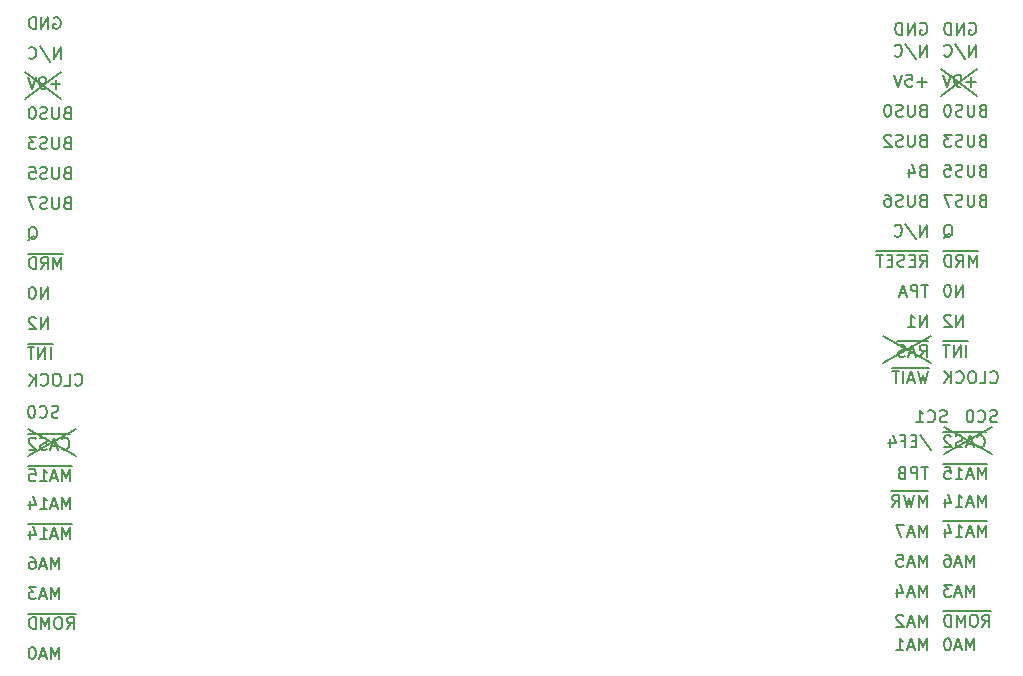
<source format=gbo>
G04 #@! TF.GenerationSoftware,KiCad,Pcbnew,8.0.9-8.0.9-0~ubuntu22.04.1*
G04 #@! TF.CreationDate,2025-06-10T23:15:17+02:00*
G04 #@! TF.ProjectId,comixino,636f6d69-7869-46e6-9f2e-6b696361645f,rev?*
G04 #@! TF.SameCoordinates,Original*
G04 #@! TF.FileFunction,Legend,Bot*
G04 #@! TF.FilePolarity,Positive*
%FSLAX46Y46*%
G04 Gerber Fmt 4.6, Leading zero omitted, Abs format (unit mm)*
G04 Created by KiCad (PCBNEW 8.0.9-8.0.9-0~ubuntu22.04.1) date 2025-06-10 23:15:17*
%MOMM*%
%LPD*%
G01*
G04 APERTURE LIST*
%ADD10C,0.152400*%
%ADD11C,1.400000*%
%ADD12O,1.400000X1.400000*%
%ADD13R,1.800000X1.800000*%
%ADD14C,1.800000*%
%ADD15C,5.600000*%
%ADD16C,2.000000*%
%ADD17R,1.600000X1.600000*%
%ADD18O,1.600000X1.600000*%
%ADD19C,1.780000*%
%ADD20R,1.700000X1.700000*%
%ADD21O,1.700000X1.700000*%
%ADD22R,8.890000X1.397000*%
G04 APERTURE END LIST*
D10*
X79168000Y-98064000D02*
X75104000Y-100350000D01*
X152350000Y-67574000D02*
X155398000Y-69860000D01*
X77898000Y-67774000D02*
X74850000Y-70060000D01*
X152604000Y-97864000D02*
X156668000Y-100150000D01*
X147436000Y-90180000D02*
X151500000Y-92466000D01*
X151500000Y-90180000D02*
X147436000Y-92466000D01*
X155398000Y-67574000D02*
X152350000Y-69860000D01*
X156668000Y-97864000D02*
X152604000Y-100150000D01*
X75104000Y-98064000D02*
X79168000Y-100350000D01*
X74850000Y-67774000D02*
X77898000Y-70060000D01*
X77657977Y-97043715D02*
X77512834Y-97092095D01*
X77512834Y-97092095D02*
X77270929Y-97092095D01*
X77270929Y-97092095D02*
X77174167Y-97043715D01*
X77174167Y-97043715D02*
X77125786Y-96995334D01*
X77125786Y-96995334D02*
X77077405Y-96898572D01*
X77077405Y-96898572D02*
X77077405Y-96801810D01*
X77077405Y-96801810D02*
X77125786Y-96705048D01*
X77125786Y-96705048D02*
X77174167Y-96656667D01*
X77174167Y-96656667D02*
X77270929Y-96608286D01*
X77270929Y-96608286D02*
X77464453Y-96559905D01*
X77464453Y-96559905D02*
X77561215Y-96511524D01*
X77561215Y-96511524D02*
X77609596Y-96463143D01*
X77609596Y-96463143D02*
X77657977Y-96366381D01*
X77657977Y-96366381D02*
X77657977Y-96269619D01*
X77657977Y-96269619D02*
X77609596Y-96172857D01*
X77609596Y-96172857D02*
X77561215Y-96124476D01*
X77561215Y-96124476D02*
X77464453Y-96076095D01*
X77464453Y-96076095D02*
X77222548Y-96076095D01*
X77222548Y-96076095D02*
X77077405Y-96124476D01*
X76061405Y-96995334D02*
X76109786Y-97043715D01*
X76109786Y-97043715D02*
X76254929Y-97092095D01*
X76254929Y-97092095D02*
X76351691Y-97092095D01*
X76351691Y-97092095D02*
X76496834Y-97043715D01*
X76496834Y-97043715D02*
X76593596Y-96946953D01*
X76593596Y-96946953D02*
X76641977Y-96850191D01*
X76641977Y-96850191D02*
X76690358Y-96656667D01*
X76690358Y-96656667D02*
X76690358Y-96511524D01*
X76690358Y-96511524D02*
X76641977Y-96318000D01*
X76641977Y-96318000D02*
X76593596Y-96221238D01*
X76593596Y-96221238D02*
X76496834Y-96124476D01*
X76496834Y-96124476D02*
X76351691Y-96076095D01*
X76351691Y-96076095D02*
X76254929Y-96076095D01*
X76254929Y-96076095D02*
X76109786Y-96124476D01*
X76109786Y-96124476D02*
X76061405Y-96172857D01*
X75432453Y-96076095D02*
X75335691Y-96076095D01*
X75335691Y-96076095D02*
X75238929Y-96124476D01*
X75238929Y-96124476D02*
X75190548Y-96172857D01*
X75190548Y-96172857D02*
X75142167Y-96269619D01*
X75142167Y-96269619D02*
X75093786Y-96463143D01*
X75093786Y-96463143D02*
X75093786Y-96705048D01*
X75093786Y-96705048D02*
X75142167Y-96898572D01*
X75142167Y-96898572D02*
X75190548Y-96995334D01*
X75190548Y-96995334D02*
X75238929Y-97043715D01*
X75238929Y-97043715D02*
X75335691Y-97092095D01*
X75335691Y-97092095D02*
X75432453Y-97092095D01*
X75432453Y-97092095D02*
X75529215Y-97043715D01*
X75529215Y-97043715D02*
X75577596Y-96995334D01*
X75577596Y-96995334D02*
X75625977Y-96898572D01*
X75625977Y-96898572D02*
X75674358Y-96705048D01*
X75674358Y-96705048D02*
X75674358Y-96463143D01*
X75674358Y-96463143D02*
X75625977Y-96269619D01*
X75625977Y-96269619D02*
X75577596Y-96172857D01*
X75577596Y-96172857D02*
X75529215Y-96124476D01*
X75529215Y-96124476D02*
X75432453Y-96076095D01*
X78675596Y-102462095D02*
X78675596Y-101446095D01*
X78675596Y-101446095D02*
X78336929Y-102171810D01*
X78336929Y-102171810D02*
X77998262Y-101446095D01*
X77998262Y-101446095D02*
X77998262Y-102462095D01*
X77562834Y-102171810D02*
X77079024Y-102171810D01*
X77659596Y-102462095D02*
X77320929Y-101446095D01*
X77320929Y-101446095D02*
X76982262Y-102462095D01*
X76111405Y-102462095D02*
X76691977Y-102462095D01*
X76401691Y-102462095D02*
X76401691Y-101446095D01*
X76401691Y-101446095D02*
X76498453Y-101591238D01*
X76498453Y-101591238D02*
X76595215Y-101688000D01*
X76595215Y-101688000D02*
X76691977Y-101736381D01*
X75192167Y-101446095D02*
X75675977Y-101446095D01*
X75675977Y-101446095D02*
X75724358Y-101929905D01*
X75724358Y-101929905D02*
X75675977Y-101881524D01*
X75675977Y-101881524D02*
X75579215Y-101833143D01*
X75579215Y-101833143D02*
X75337310Y-101833143D01*
X75337310Y-101833143D02*
X75240548Y-101881524D01*
X75240548Y-101881524D02*
X75192167Y-101929905D01*
X75192167Y-101929905D02*
X75143786Y-102026667D01*
X75143786Y-102026667D02*
X75143786Y-102268572D01*
X75143786Y-102268572D02*
X75192167Y-102365334D01*
X75192167Y-102365334D02*
X75240548Y-102413715D01*
X75240548Y-102413715D02*
X75337310Y-102462095D01*
X75337310Y-102462095D02*
X75579215Y-102462095D01*
X75579215Y-102462095D02*
X75675977Y-102413715D01*
X75675977Y-102413715D02*
X75724358Y-102365334D01*
X78815901Y-101164035D02*
X75051863Y-101164035D01*
X78675596Y-104812095D02*
X78675596Y-103796095D01*
X78675596Y-103796095D02*
X78336929Y-104521810D01*
X78336929Y-104521810D02*
X77998262Y-103796095D01*
X77998262Y-103796095D02*
X77998262Y-104812095D01*
X77562834Y-104521810D02*
X77079024Y-104521810D01*
X77659596Y-104812095D02*
X77320929Y-103796095D01*
X77320929Y-103796095D02*
X76982262Y-104812095D01*
X76111405Y-104812095D02*
X76691977Y-104812095D01*
X76401691Y-104812095D02*
X76401691Y-103796095D01*
X76401691Y-103796095D02*
X76498453Y-103941238D01*
X76498453Y-103941238D02*
X76595215Y-104038000D01*
X76595215Y-104038000D02*
X76691977Y-104086381D01*
X75240548Y-104134762D02*
X75240548Y-104812095D01*
X75482453Y-103747715D02*
X75724358Y-104473429D01*
X75724358Y-104473429D02*
X75095405Y-104473429D01*
X79062643Y-94265334D02*
X79111024Y-94313715D01*
X79111024Y-94313715D02*
X79256167Y-94362095D01*
X79256167Y-94362095D02*
X79352929Y-94362095D01*
X79352929Y-94362095D02*
X79498072Y-94313715D01*
X79498072Y-94313715D02*
X79594834Y-94216953D01*
X79594834Y-94216953D02*
X79643215Y-94120191D01*
X79643215Y-94120191D02*
X79691596Y-93926667D01*
X79691596Y-93926667D02*
X79691596Y-93781524D01*
X79691596Y-93781524D02*
X79643215Y-93588000D01*
X79643215Y-93588000D02*
X79594834Y-93491238D01*
X79594834Y-93491238D02*
X79498072Y-93394476D01*
X79498072Y-93394476D02*
X79352929Y-93346095D01*
X79352929Y-93346095D02*
X79256167Y-93346095D01*
X79256167Y-93346095D02*
X79111024Y-93394476D01*
X79111024Y-93394476D02*
X79062643Y-93442857D01*
X78143405Y-94362095D02*
X78627215Y-94362095D01*
X78627215Y-94362095D02*
X78627215Y-93346095D01*
X77611215Y-93346095D02*
X77417691Y-93346095D01*
X77417691Y-93346095D02*
X77320929Y-93394476D01*
X77320929Y-93394476D02*
X77224167Y-93491238D01*
X77224167Y-93491238D02*
X77175786Y-93684762D01*
X77175786Y-93684762D02*
X77175786Y-94023429D01*
X77175786Y-94023429D02*
X77224167Y-94216953D01*
X77224167Y-94216953D02*
X77320929Y-94313715D01*
X77320929Y-94313715D02*
X77417691Y-94362095D01*
X77417691Y-94362095D02*
X77611215Y-94362095D01*
X77611215Y-94362095D02*
X77707977Y-94313715D01*
X77707977Y-94313715D02*
X77804739Y-94216953D01*
X77804739Y-94216953D02*
X77853120Y-94023429D01*
X77853120Y-94023429D02*
X77853120Y-93684762D01*
X77853120Y-93684762D02*
X77804739Y-93491238D01*
X77804739Y-93491238D02*
X77707977Y-93394476D01*
X77707977Y-93394476D02*
X77611215Y-93346095D01*
X76159786Y-94265334D02*
X76208167Y-94313715D01*
X76208167Y-94313715D02*
X76353310Y-94362095D01*
X76353310Y-94362095D02*
X76450072Y-94362095D01*
X76450072Y-94362095D02*
X76595215Y-94313715D01*
X76595215Y-94313715D02*
X76691977Y-94216953D01*
X76691977Y-94216953D02*
X76740358Y-94120191D01*
X76740358Y-94120191D02*
X76788739Y-93926667D01*
X76788739Y-93926667D02*
X76788739Y-93781524D01*
X76788739Y-93781524D02*
X76740358Y-93588000D01*
X76740358Y-93588000D02*
X76691977Y-93491238D01*
X76691977Y-93491238D02*
X76595215Y-93394476D01*
X76595215Y-93394476D02*
X76450072Y-93346095D01*
X76450072Y-93346095D02*
X76353310Y-93346095D01*
X76353310Y-93346095D02*
X76208167Y-93394476D01*
X76208167Y-93394476D02*
X76159786Y-93442857D01*
X75724358Y-94362095D02*
X75724358Y-93346095D01*
X75143786Y-94362095D02*
X75579215Y-93781524D01*
X75143786Y-93346095D02*
X75724358Y-93926667D01*
X150625641Y-63694476D02*
X150722403Y-63646095D01*
X150722403Y-63646095D02*
X150867546Y-63646095D01*
X150867546Y-63646095D02*
X151012689Y-63694476D01*
X151012689Y-63694476D02*
X151109451Y-63791238D01*
X151109451Y-63791238D02*
X151157832Y-63888000D01*
X151157832Y-63888000D02*
X151206213Y-64081524D01*
X151206213Y-64081524D02*
X151206213Y-64226667D01*
X151206213Y-64226667D02*
X151157832Y-64420191D01*
X151157832Y-64420191D02*
X151109451Y-64516953D01*
X151109451Y-64516953D02*
X151012689Y-64613715D01*
X151012689Y-64613715D02*
X150867546Y-64662095D01*
X150867546Y-64662095D02*
X150770784Y-64662095D01*
X150770784Y-64662095D02*
X150625641Y-64613715D01*
X150625641Y-64613715D02*
X150577260Y-64565334D01*
X150577260Y-64565334D02*
X150577260Y-64226667D01*
X150577260Y-64226667D02*
X150770784Y-64226667D01*
X150141832Y-64662095D02*
X150141832Y-63646095D01*
X150141832Y-63646095D02*
X149561260Y-64662095D01*
X149561260Y-64662095D02*
X149561260Y-63646095D01*
X149077451Y-64662095D02*
X149077451Y-63646095D01*
X149077451Y-63646095D02*
X148835546Y-63646095D01*
X148835546Y-63646095D02*
X148690403Y-63694476D01*
X148690403Y-63694476D02*
X148593641Y-63791238D01*
X148593641Y-63791238D02*
X148545260Y-63888000D01*
X148545260Y-63888000D02*
X148496879Y-64081524D01*
X148496879Y-64081524D02*
X148496879Y-64226667D01*
X148496879Y-64226667D02*
X148545260Y-64420191D01*
X148545260Y-64420191D02*
X148593641Y-64516953D01*
X148593641Y-64516953D02*
X148690403Y-64613715D01*
X148690403Y-64613715D02*
X148835546Y-64662095D01*
X148835546Y-64662095D02*
X149077451Y-64662095D01*
X150577260Y-84292095D02*
X150915927Y-83808286D01*
X151157832Y-84292095D02*
X151157832Y-83276095D01*
X151157832Y-83276095D02*
X150770784Y-83276095D01*
X150770784Y-83276095D02*
X150674022Y-83324476D01*
X150674022Y-83324476D02*
X150625641Y-83372857D01*
X150625641Y-83372857D02*
X150577260Y-83469619D01*
X150577260Y-83469619D02*
X150577260Y-83614762D01*
X150577260Y-83614762D02*
X150625641Y-83711524D01*
X150625641Y-83711524D02*
X150674022Y-83759905D01*
X150674022Y-83759905D02*
X150770784Y-83808286D01*
X150770784Y-83808286D02*
X151157832Y-83808286D01*
X150141832Y-83759905D02*
X149803165Y-83759905D01*
X149658022Y-84292095D02*
X150141832Y-84292095D01*
X150141832Y-84292095D02*
X150141832Y-83276095D01*
X150141832Y-83276095D02*
X149658022Y-83276095D01*
X149270975Y-84243715D02*
X149125832Y-84292095D01*
X149125832Y-84292095D02*
X148883927Y-84292095D01*
X148883927Y-84292095D02*
X148787165Y-84243715D01*
X148787165Y-84243715D02*
X148738784Y-84195334D01*
X148738784Y-84195334D02*
X148690403Y-84098572D01*
X148690403Y-84098572D02*
X148690403Y-84001810D01*
X148690403Y-84001810D02*
X148738784Y-83905048D01*
X148738784Y-83905048D02*
X148787165Y-83856667D01*
X148787165Y-83856667D02*
X148883927Y-83808286D01*
X148883927Y-83808286D02*
X149077451Y-83759905D01*
X149077451Y-83759905D02*
X149174213Y-83711524D01*
X149174213Y-83711524D02*
X149222594Y-83663143D01*
X149222594Y-83663143D02*
X149270975Y-83566381D01*
X149270975Y-83566381D02*
X149270975Y-83469619D01*
X149270975Y-83469619D02*
X149222594Y-83372857D01*
X149222594Y-83372857D02*
X149174213Y-83324476D01*
X149174213Y-83324476D02*
X149077451Y-83276095D01*
X149077451Y-83276095D02*
X148835546Y-83276095D01*
X148835546Y-83276095D02*
X148690403Y-83324476D01*
X148254975Y-83759905D02*
X147916308Y-83759905D01*
X147771165Y-84292095D02*
X148254975Y-84292095D01*
X148254975Y-84292095D02*
X148254975Y-83276095D01*
X148254975Y-83276095D02*
X147771165Y-83276095D01*
X147480880Y-83276095D02*
X146900308Y-83276095D01*
X147190594Y-84292095D02*
X147190594Y-83276095D01*
X151298137Y-82994035D02*
X146905147Y-82994035D01*
X151157832Y-112232095D02*
X151157832Y-111216095D01*
X151157832Y-111216095D02*
X150819165Y-111941810D01*
X150819165Y-111941810D02*
X150480498Y-111216095D01*
X150480498Y-111216095D02*
X150480498Y-112232095D01*
X150045070Y-111941810D02*
X149561260Y-111941810D01*
X150141832Y-112232095D02*
X149803165Y-111216095D01*
X149803165Y-111216095D02*
X149464498Y-112232095D01*
X148690403Y-111554762D02*
X148690403Y-112232095D01*
X148932308Y-111167715D02*
X149174213Y-111893429D01*
X149174213Y-111893429D02*
X148545260Y-111893429D01*
X151157832Y-89372095D02*
X151157832Y-88356095D01*
X151157832Y-88356095D02*
X150577260Y-89372095D01*
X150577260Y-89372095D02*
X150577260Y-88356095D01*
X149561260Y-89372095D02*
X150141832Y-89372095D01*
X149851546Y-89372095D02*
X149851546Y-88356095D01*
X149851546Y-88356095D02*
X149948308Y-88501238D01*
X149948308Y-88501238D02*
X150045070Y-88598000D01*
X150045070Y-88598000D02*
X150141832Y-88646381D01*
X78385310Y-73799905D02*
X78240167Y-73848286D01*
X78240167Y-73848286D02*
X78191786Y-73896667D01*
X78191786Y-73896667D02*
X78143405Y-73993429D01*
X78143405Y-73993429D02*
X78143405Y-74138572D01*
X78143405Y-74138572D02*
X78191786Y-74235334D01*
X78191786Y-74235334D02*
X78240167Y-74283715D01*
X78240167Y-74283715D02*
X78336929Y-74332095D01*
X78336929Y-74332095D02*
X78723977Y-74332095D01*
X78723977Y-74332095D02*
X78723977Y-73316095D01*
X78723977Y-73316095D02*
X78385310Y-73316095D01*
X78385310Y-73316095D02*
X78288548Y-73364476D01*
X78288548Y-73364476D02*
X78240167Y-73412857D01*
X78240167Y-73412857D02*
X78191786Y-73509619D01*
X78191786Y-73509619D02*
X78191786Y-73606381D01*
X78191786Y-73606381D02*
X78240167Y-73703143D01*
X78240167Y-73703143D02*
X78288548Y-73751524D01*
X78288548Y-73751524D02*
X78385310Y-73799905D01*
X78385310Y-73799905D02*
X78723977Y-73799905D01*
X77707977Y-73316095D02*
X77707977Y-74138572D01*
X77707977Y-74138572D02*
X77659596Y-74235334D01*
X77659596Y-74235334D02*
X77611215Y-74283715D01*
X77611215Y-74283715D02*
X77514453Y-74332095D01*
X77514453Y-74332095D02*
X77320929Y-74332095D01*
X77320929Y-74332095D02*
X77224167Y-74283715D01*
X77224167Y-74283715D02*
X77175786Y-74235334D01*
X77175786Y-74235334D02*
X77127405Y-74138572D01*
X77127405Y-74138572D02*
X77127405Y-73316095D01*
X76691977Y-74283715D02*
X76546834Y-74332095D01*
X76546834Y-74332095D02*
X76304929Y-74332095D01*
X76304929Y-74332095D02*
X76208167Y-74283715D01*
X76208167Y-74283715D02*
X76159786Y-74235334D01*
X76159786Y-74235334D02*
X76111405Y-74138572D01*
X76111405Y-74138572D02*
X76111405Y-74041810D01*
X76111405Y-74041810D02*
X76159786Y-73945048D01*
X76159786Y-73945048D02*
X76208167Y-73896667D01*
X76208167Y-73896667D02*
X76304929Y-73848286D01*
X76304929Y-73848286D02*
X76498453Y-73799905D01*
X76498453Y-73799905D02*
X76595215Y-73751524D01*
X76595215Y-73751524D02*
X76643596Y-73703143D01*
X76643596Y-73703143D02*
X76691977Y-73606381D01*
X76691977Y-73606381D02*
X76691977Y-73509619D01*
X76691977Y-73509619D02*
X76643596Y-73412857D01*
X76643596Y-73412857D02*
X76595215Y-73364476D01*
X76595215Y-73364476D02*
X76498453Y-73316095D01*
X76498453Y-73316095D02*
X76256548Y-73316095D01*
X76256548Y-73316095D02*
X76111405Y-73364476D01*
X75772739Y-73316095D02*
X75143786Y-73316095D01*
X75143786Y-73316095D02*
X75482453Y-73703143D01*
X75482453Y-73703143D02*
X75337310Y-73703143D01*
X75337310Y-73703143D02*
X75240548Y-73751524D01*
X75240548Y-73751524D02*
X75192167Y-73799905D01*
X75192167Y-73799905D02*
X75143786Y-73896667D01*
X75143786Y-73896667D02*
X75143786Y-74138572D01*
X75143786Y-74138572D02*
X75192167Y-74235334D01*
X75192167Y-74235334D02*
X75240548Y-74283715D01*
X75240548Y-74283715D02*
X75337310Y-74332095D01*
X75337310Y-74332095D02*
X75627596Y-74332095D01*
X75627596Y-74332095D02*
X75724358Y-74283715D01*
X75724358Y-74283715D02*
X75772739Y-74235334D01*
X156175596Y-104612095D02*
X156175596Y-103596095D01*
X156175596Y-103596095D02*
X155836929Y-104321810D01*
X155836929Y-104321810D02*
X155498262Y-103596095D01*
X155498262Y-103596095D02*
X155498262Y-104612095D01*
X155062834Y-104321810D02*
X154579024Y-104321810D01*
X155159596Y-104612095D02*
X154820929Y-103596095D01*
X154820929Y-103596095D02*
X154482262Y-104612095D01*
X153611405Y-104612095D02*
X154191977Y-104612095D01*
X153901691Y-104612095D02*
X153901691Y-103596095D01*
X153901691Y-103596095D02*
X153998453Y-103741238D01*
X153998453Y-103741238D02*
X154095215Y-103838000D01*
X154095215Y-103838000D02*
X154191977Y-103886381D01*
X152740548Y-103934762D02*
X152740548Y-104612095D01*
X152982453Y-103547715D02*
X153224358Y-104273429D01*
X153224358Y-104273429D02*
X152595405Y-104273429D01*
X77707977Y-117512095D02*
X77707977Y-116496095D01*
X77707977Y-116496095D02*
X77369310Y-117221810D01*
X77369310Y-117221810D02*
X77030643Y-116496095D01*
X77030643Y-116496095D02*
X77030643Y-117512095D01*
X76595215Y-117221810D02*
X76111405Y-117221810D01*
X76691977Y-117512095D02*
X76353310Y-116496095D01*
X76353310Y-116496095D02*
X76014643Y-117512095D01*
X75482453Y-116496095D02*
X75385691Y-116496095D01*
X75385691Y-116496095D02*
X75288929Y-116544476D01*
X75288929Y-116544476D02*
X75240548Y-116592857D01*
X75240548Y-116592857D02*
X75192167Y-116689619D01*
X75192167Y-116689619D02*
X75143786Y-116883143D01*
X75143786Y-116883143D02*
X75143786Y-117125048D01*
X75143786Y-117125048D02*
X75192167Y-117318572D01*
X75192167Y-117318572D02*
X75240548Y-117415334D01*
X75240548Y-117415334D02*
X75288929Y-117463715D01*
X75288929Y-117463715D02*
X75385691Y-117512095D01*
X75385691Y-117512095D02*
X75482453Y-117512095D01*
X75482453Y-117512095D02*
X75579215Y-117463715D01*
X75579215Y-117463715D02*
X75627596Y-117415334D01*
X75627596Y-117415334D02*
X75675977Y-117318572D01*
X75675977Y-117318572D02*
X75724358Y-117125048D01*
X75724358Y-117125048D02*
X75724358Y-116883143D01*
X75724358Y-116883143D02*
X75675977Y-116689619D01*
X75675977Y-116689619D02*
X75627596Y-116592857D01*
X75627596Y-116592857D02*
X75579215Y-116544476D01*
X75579215Y-116544476D02*
X75482453Y-116496095D01*
X156175596Y-102262095D02*
X156175596Y-101246095D01*
X156175596Y-101246095D02*
X155836929Y-101971810D01*
X155836929Y-101971810D02*
X155498262Y-101246095D01*
X155498262Y-101246095D02*
X155498262Y-102262095D01*
X155062834Y-101971810D02*
X154579024Y-101971810D01*
X155159596Y-102262095D02*
X154820929Y-101246095D01*
X154820929Y-101246095D02*
X154482262Y-102262095D01*
X153611405Y-102262095D02*
X154191977Y-102262095D01*
X153901691Y-102262095D02*
X153901691Y-101246095D01*
X153901691Y-101246095D02*
X153998453Y-101391238D01*
X153998453Y-101391238D02*
X154095215Y-101488000D01*
X154095215Y-101488000D02*
X154191977Y-101536381D01*
X152692167Y-101246095D02*
X153175977Y-101246095D01*
X153175977Y-101246095D02*
X153224358Y-101729905D01*
X153224358Y-101729905D02*
X153175977Y-101681524D01*
X153175977Y-101681524D02*
X153079215Y-101633143D01*
X153079215Y-101633143D02*
X152837310Y-101633143D01*
X152837310Y-101633143D02*
X152740548Y-101681524D01*
X152740548Y-101681524D02*
X152692167Y-101729905D01*
X152692167Y-101729905D02*
X152643786Y-101826667D01*
X152643786Y-101826667D02*
X152643786Y-102068572D01*
X152643786Y-102068572D02*
X152692167Y-102165334D01*
X152692167Y-102165334D02*
X152740548Y-102213715D01*
X152740548Y-102213715D02*
X152837310Y-102262095D01*
X152837310Y-102262095D02*
X153079215Y-102262095D01*
X153079215Y-102262095D02*
X153175977Y-102213715D01*
X153175977Y-102213715D02*
X153224358Y-102165334D01*
X156315901Y-100964035D02*
X152551863Y-100964035D01*
X150632117Y-98504715D02*
X151502975Y-99811000D01*
X150293451Y-99036905D02*
X149954784Y-99036905D01*
X149809641Y-99569095D02*
X150293451Y-99569095D01*
X150293451Y-99569095D02*
X150293451Y-98553095D01*
X150293451Y-98553095D02*
X149809641Y-98553095D01*
X149035546Y-99036905D02*
X149374213Y-99036905D01*
X149374213Y-99569095D02*
X149374213Y-98553095D01*
X149374213Y-98553095D02*
X148890403Y-98553095D01*
X148067927Y-98891762D02*
X148067927Y-99569095D01*
X148309832Y-98504715D02*
X148551737Y-99230429D01*
X148551737Y-99230429D02*
X147922784Y-99230429D01*
X155885310Y-73599905D02*
X155740167Y-73648286D01*
X155740167Y-73648286D02*
X155691786Y-73696667D01*
X155691786Y-73696667D02*
X155643405Y-73793429D01*
X155643405Y-73793429D02*
X155643405Y-73938572D01*
X155643405Y-73938572D02*
X155691786Y-74035334D01*
X155691786Y-74035334D02*
X155740167Y-74083715D01*
X155740167Y-74083715D02*
X155836929Y-74132095D01*
X155836929Y-74132095D02*
X156223977Y-74132095D01*
X156223977Y-74132095D02*
X156223977Y-73116095D01*
X156223977Y-73116095D02*
X155885310Y-73116095D01*
X155885310Y-73116095D02*
X155788548Y-73164476D01*
X155788548Y-73164476D02*
X155740167Y-73212857D01*
X155740167Y-73212857D02*
X155691786Y-73309619D01*
X155691786Y-73309619D02*
X155691786Y-73406381D01*
X155691786Y-73406381D02*
X155740167Y-73503143D01*
X155740167Y-73503143D02*
X155788548Y-73551524D01*
X155788548Y-73551524D02*
X155885310Y-73599905D01*
X155885310Y-73599905D02*
X156223977Y-73599905D01*
X155207977Y-73116095D02*
X155207977Y-73938572D01*
X155207977Y-73938572D02*
X155159596Y-74035334D01*
X155159596Y-74035334D02*
X155111215Y-74083715D01*
X155111215Y-74083715D02*
X155014453Y-74132095D01*
X155014453Y-74132095D02*
X154820929Y-74132095D01*
X154820929Y-74132095D02*
X154724167Y-74083715D01*
X154724167Y-74083715D02*
X154675786Y-74035334D01*
X154675786Y-74035334D02*
X154627405Y-73938572D01*
X154627405Y-73938572D02*
X154627405Y-73116095D01*
X154191977Y-74083715D02*
X154046834Y-74132095D01*
X154046834Y-74132095D02*
X153804929Y-74132095D01*
X153804929Y-74132095D02*
X153708167Y-74083715D01*
X153708167Y-74083715D02*
X153659786Y-74035334D01*
X153659786Y-74035334D02*
X153611405Y-73938572D01*
X153611405Y-73938572D02*
X153611405Y-73841810D01*
X153611405Y-73841810D02*
X153659786Y-73745048D01*
X153659786Y-73745048D02*
X153708167Y-73696667D01*
X153708167Y-73696667D02*
X153804929Y-73648286D01*
X153804929Y-73648286D02*
X153998453Y-73599905D01*
X153998453Y-73599905D02*
X154095215Y-73551524D01*
X154095215Y-73551524D02*
X154143596Y-73503143D01*
X154143596Y-73503143D02*
X154191977Y-73406381D01*
X154191977Y-73406381D02*
X154191977Y-73309619D01*
X154191977Y-73309619D02*
X154143596Y-73212857D01*
X154143596Y-73212857D02*
X154095215Y-73164476D01*
X154095215Y-73164476D02*
X153998453Y-73116095D01*
X153998453Y-73116095D02*
X153756548Y-73116095D01*
X153756548Y-73116095D02*
X153611405Y-73164476D01*
X153272739Y-73116095D02*
X152643786Y-73116095D01*
X152643786Y-73116095D02*
X152982453Y-73503143D01*
X152982453Y-73503143D02*
X152837310Y-73503143D01*
X152837310Y-73503143D02*
X152740548Y-73551524D01*
X152740548Y-73551524D02*
X152692167Y-73599905D01*
X152692167Y-73599905D02*
X152643786Y-73696667D01*
X152643786Y-73696667D02*
X152643786Y-73938572D01*
X152643786Y-73938572D02*
X152692167Y-74035334D01*
X152692167Y-74035334D02*
X152740548Y-74083715D01*
X152740548Y-74083715D02*
X152837310Y-74132095D01*
X152837310Y-74132095D02*
X153127596Y-74132095D01*
X153127596Y-74132095D02*
X153224358Y-74083715D01*
X153224358Y-74083715D02*
X153272739Y-74035334D01*
X157107977Y-97413715D02*
X156962834Y-97462095D01*
X156962834Y-97462095D02*
X156720929Y-97462095D01*
X156720929Y-97462095D02*
X156624167Y-97413715D01*
X156624167Y-97413715D02*
X156575786Y-97365334D01*
X156575786Y-97365334D02*
X156527405Y-97268572D01*
X156527405Y-97268572D02*
X156527405Y-97171810D01*
X156527405Y-97171810D02*
X156575786Y-97075048D01*
X156575786Y-97075048D02*
X156624167Y-97026667D01*
X156624167Y-97026667D02*
X156720929Y-96978286D01*
X156720929Y-96978286D02*
X156914453Y-96929905D01*
X156914453Y-96929905D02*
X157011215Y-96881524D01*
X157011215Y-96881524D02*
X157059596Y-96833143D01*
X157059596Y-96833143D02*
X157107977Y-96736381D01*
X157107977Y-96736381D02*
X157107977Y-96639619D01*
X157107977Y-96639619D02*
X157059596Y-96542857D01*
X157059596Y-96542857D02*
X157011215Y-96494476D01*
X157011215Y-96494476D02*
X156914453Y-96446095D01*
X156914453Y-96446095D02*
X156672548Y-96446095D01*
X156672548Y-96446095D02*
X156527405Y-96494476D01*
X155511405Y-97365334D02*
X155559786Y-97413715D01*
X155559786Y-97413715D02*
X155704929Y-97462095D01*
X155704929Y-97462095D02*
X155801691Y-97462095D01*
X155801691Y-97462095D02*
X155946834Y-97413715D01*
X155946834Y-97413715D02*
X156043596Y-97316953D01*
X156043596Y-97316953D02*
X156091977Y-97220191D01*
X156091977Y-97220191D02*
X156140358Y-97026667D01*
X156140358Y-97026667D02*
X156140358Y-96881524D01*
X156140358Y-96881524D02*
X156091977Y-96688000D01*
X156091977Y-96688000D02*
X156043596Y-96591238D01*
X156043596Y-96591238D02*
X155946834Y-96494476D01*
X155946834Y-96494476D02*
X155801691Y-96446095D01*
X155801691Y-96446095D02*
X155704929Y-96446095D01*
X155704929Y-96446095D02*
X155559786Y-96494476D01*
X155559786Y-96494476D02*
X155511405Y-96542857D01*
X154882453Y-96446095D02*
X154785691Y-96446095D01*
X154785691Y-96446095D02*
X154688929Y-96494476D01*
X154688929Y-96494476D02*
X154640548Y-96542857D01*
X154640548Y-96542857D02*
X154592167Y-96639619D01*
X154592167Y-96639619D02*
X154543786Y-96833143D01*
X154543786Y-96833143D02*
X154543786Y-97075048D01*
X154543786Y-97075048D02*
X154592167Y-97268572D01*
X154592167Y-97268572D02*
X154640548Y-97365334D01*
X154640548Y-97365334D02*
X154688929Y-97413715D01*
X154688929Y-97413715D02*
X154785691Y-97462095D01*
X154785691Y-97462095D02*
X154882453Y-97462095D01*
X154882453Y-97462095D02*
X154979215Y-97413715D01*
X154979215Y-97413715D02*
X155027596Y-97365334D01*
X155027596Y-97365334D02*
X155075977Y-97268572D01*
X155075977Y-97268572D02*
X155124358Y-97075048D01*
X155124358Y-97075048D02*
X155124358Y-96833143D01*
X155124358Y-96833143D02*
X155075977Y-96639619D01*
X155075977Y-96639619D02*
X155027596Y-96542857D01*
X155027596Y-96542857D02*
X154979215Y-96494476D01*
X154979215Y-96494476D02*
X154882453Y-96446095D01*
X78385310Y-78879905D02*
X78240167Y-78928286D01*
X78240167Y-78928286D02*
X78191786Y-78976667D01*
X78191786Y-78976667D02*
X78143405Y-79073429D01*
X78143405Y-79073429D02*
X78143405Y-79218572D01*
X78143405Y-79218572D02*
X78191786Y-79315334D01*
X78191786Y-79315334D02*
X78240167Y-79363715D01*
X78240167Y-79363715D02*
X78336929Y-79412095D01*
X78336929Y-79412095D02*
X78723977Y-79412095D01*
X78723977Y-79412095D02*
X78723977Y-78396095D01*
X78723977Y-78396095D02*
X78385310Y-78396095D01*
X78385310Y-78396095D02*
X78288548Y-78444476D01*
X78288548Y-78444476D02*
X78240167Y-78492857D01*
X78240167Y-78492857D02*
X78191786Y-78589619D01*
X78191786Y-78589619D02*
X78191786Y-78686381D01*
X78191786Y-78686381D02*
X78240167Y-78783143D01*
X78240167Y-78783143D02*
X78288548Y-78831524D01*
X78288548Y-78831524D02*
X78385310Y-78879905D01*
X78385310Y-78879905D02*
X78723977Y-78879905D01*
X77707977Y-78396095D02*
X77707977Y-79218572D01*
X77707977Y-79218572D02*
X77659596Y-79315334D01*
X77659596Y-79315334D02*
X77611215Y-79363715D01*
X77611215Y-79363715D02*
X77514453Y-79412095D01*
X77514453Y-79412095D02*
X77320929Y-79412095D01*
X77320929Y-79412095D02*
X77224167Y-79363715D01*
X77224167Y-79363715D02*
X77175786Y-79315334D01*
X77175786Y-79315334D02*
X77127405Y-79218572D01*
X77127405Y-79218572D02*
X77127405Y-78396095D01*
X76691977Y-79363715D02*
X76546834Y-79412095D01*
X76546834Y-79412095D02*
X76304929Y-79412095D01*
X76304929Y-79412095D02*
X76208167Y-79363715D01*
X76208167Y-79363715D02*
X76159786Y-79315334D01*
X76159786Y-79315334D02*
X76111405Y-79218572D01*
X76111405Y-79218572D02*
X76111405Y-79121810D01*
X76111405Y-79121810D02*
X76159786Y-79025048D01*
X76159786Y-79025048D02*
X76208167Y-78976667D01*
X76208167Y-78976667D02*
X76304929Y-78928286D01*
X76304929Y-78928286D02*
X76498453Y-78879905D01*
X76498453Y-78879905D02*
X76595215Y-78831524D01*
X76595215Y-78831524D02*
X76643596Y-78783143D01*
X76643596Y-78783143D02*
X76691977Y-78686381D01*
X76691977Y-78686381D02*
X76691977Y-78589619D01*
X76691977Y-78589619D02*
X76643596Y-78492857D01*
X76643596Y-78492857D02*
X76595215Y-78444476D01*
X76595215Y-78444476D02*
X76498453Y-78396095D01*
X76498453Y-78396095D02*
X76256548Y-78396095D01*
X76256548Y-78396095D02*
X76111405Y-78444476D01*
X75772739Y-78396095D02*
X75095405Y-78396095D01*
X75095405Y-78396095D02*
X75530834Y-79412095D01*
X154530644Y-91912095D02*
X154530644Y-90896095D01*
X154046834Y-91912095D02*
X154046834Y-90896095D01*
X154046834Y-90896095D02*
X153466262Y-91912095D01*
X153466262Y-91912095D02*
X153466262Y-90896095D01*
X153127596Y-90896095D02*
X152547024Y-90896095D01*
X152837310Y-91912095D02*
X152837310Y-90896095D01*
X154670949Y-90614035D02*
X152551863Y-90614035D01*
X155353120Y-66512095D02*
X155353120Y-65496095D01*
X155353120Y-65496095D02*
X154772548Y-66512095D01*
X154772548Y-66512095D02*
X154772548Y-65496095D01*
X153563024Y-65447715D02*
X154433882Y-66754000D01*
X152643786Y-66415334D02*
X152692167Y-66463715D01*
X152692167Y-66463715D02*
X152837310Y-66512095D01*
X152837310Y-66512095D02*
X152934072Y-66512095D01*
X152934072Y-66512095D02*
X153079215Y-66463715D01*
X153079215Y-66463715D02*
X153175977Y-66366953D01*
X153175977Y-66366953D02*
X153224358Y-66270191D01*
X153224358Y-66270191D02*
X153272739Y-66076667D01*
X153272739Y-66076667D02*
X153272739Y-65931524D01*
X153272739Y-65931524D02*
X153224358Y-65738000D01*
X153224358Y-65738000D02*
X153175977Y-65641238D01*
X153175977Y-65641238D02*
X153079215Y-65544476D01*
X153079215Y-65544476D02*
X152934072Y-65496095D01*
X152934072Y-65496095D02*
X152837310Y-65496095D01*
X152837310Y-65496095D02*
X152692167Y-65544476D01*
X152692167Y-65544476D02*
X152643786Y-65592857D01*
X155885310Y-71059905D02*
X155740167Y-71108286D01*
X155740167Y-71108286D02*
X155691786Y-71156667D01*
X155691786Y-71156667D02*
X155643405Y-71253429D01*
X155643405Y-71253429D02*
X155643405Y-71398572D01*
X155643405Y-71398572D02*
X155691786Y-71495334D01*
X155691786Y-71495334D02*
X155740167Y-71543715D01*
X155740167Y-71543715D02*
X155836929Y-71592095D01*
X155836929Y-71592095D02*
X156223977Y-71592095D01*
X156223977Y-71592095D02*
X156223977Y-70576095D01*
X156223977Y-70576095D02*
X155885310Y-70576095D01*
X155885310Y-70576095D02*
X155788548Y-70624476D01*
X155788548Y-70624476D02*
X155740167Y-70672857D01*
X155740167Y-70672857D02*
X155691786Y-70769619D01*
X155691786Y-70769619D02*
X155691786Y-70866381D01*
X155691786Y-70866381D02*
X155740167Y-70963143D01*
X155740167Y-70963143D02*
X155788548Y-71011524D01*
X155788548Y-71011524D02*
X155885310Y-71059905D01*
X155885310Y-71059905D02*
X156223977Y-71059905D01*
X155207977Y-70576095D02*
X155207977Y-71398572D01*
X155207977Y-71398572D02*
X155159596Y-71495334D01*
X155159596Y-71495334D02*
X155111215Y-71543715D01*
X155111215Y-71543715D02*
X155014453Y-71592095D01*
X155014453Y-71592095D02*
X154820929Y-71592095D01*
X154820929Y-71592095D02*
X154724167Y-71543715D01*
X154724167Y-71543715D02*
X154675786Y-71495334D01*
X154675786Y-71495334D02*
X154627405Y-71398572D01*
X154627405Y-71398572D02*
X154627405Y-70576095D01*
X154191977Y-71543715D02*
X154046834Y-71592095D01*
X154046834Y-71592095D02*
X153804929Y-71592095D01*
X153804929Y-71592095D02*
X153708167Y-71543715D01*
X153708167Y-71543715D02*
X153659786Y-71495334D01*
X153659786Y-71495334D02*
X153611405Y-71398572D01*
X153611405Y-71398572D02*
X153611405Y-71301810D01*
X153611405Y-71301810D02*
X153659786Y-71205048D01*
X153659786Y-71205048D02*
X153708167Y-71156667D01*
X153708167Y-71156667D02*
X153804929Y-71108286D01*
X153804929Y-71108286D02*
X153998453Y-71059905D01*
X153998453Y-71059905D02*
X154095215Y-71011524D01*
X154095215Y-71011524D02*
X154143596Y-70963143D01*
X154143596Y-70963143D02*
X154191977Y-70866381D01*
X154191977Y-70866381D02*
X154191977Y-70769619D01*
X154191977Y-70769619D02*
X154143596Y-70672857D01*
X154143596Y-70672857D02*
X154095215Y-70624476D01*
X154095215Y-70624476D02*
X153998453Y-70576095D01*
X153998453Y-70576095D02*
X153756548Y-70576095D01*
X153756548Y-70576095D02*
X153611405Y-70624476D01*
X152982453Y-70576095D02*
X152885691Y-70576095D01*
X152885691Y-70576095D02*
X152788929Y-70624476D01*
X152788929Y-70624476D02*
X152740548Y-70672857D01*
X152740548Y-70672857D02*
X152692167Y-70769619D01*
X152692167Y-70769619D02*
X152643786Y-70963143D01*
X152643786Y-70963143D02*
X152643786Y-71205048D01*
X152643786Y-71205048D02*
X152692167Y-71398572D01*
X152692167Y-71398572D02*
X152740548Y-71495334D01*
X152740548Y-71495334D02*
X152788929Y-71543715D01*
X152788929Y-71543715D02*
X152885691Y-71592095D01*
X152885691Y-71592095D02*
X152982453Y-71592095D01*
X152982453Y-71592095D02*
X153079215Y-71543715D01*
X153079215Y-71543715D02*
X153127596Y-71495334D01*
X153127596Y-71495334D02*
X153175977Y-71398572D01*
X153175977Y-71398572D02*
X153224358Y-71205048D01*
X153224358Y-71205048D02*
X153224358Y-70963143D01*
X153224358Y-70963143D02*
X153175977Y-70769619D01*
X153175977Y-70769619D02*
X153127596Y-70672857D01*
X153127596Y-70672857D02*
X153079215Y-70624476D01*
X153079215Y-70624476D02*
X152982453Y-70576095D01*
X78675596Y-107352095D02*
X78675596Y-106336095D01*
X78675596Y-106336095D02*
X78336929Y-107061810D01*
X78336929Y-107061810D02*
X77998262Y-106336095D01*
X77998262Y-106336095D02*
X77998262Y-107352095D01*
X77562834Y-107061810D02*
X77079024Y-107061810D01*
X77659596Y-107352095D02*
X77320929Y-106336095D01*
X77320929Y-106336095D02*
X76982262Y-107352095D01*
X76111405Y-107352095D02*
X76691977Y-107352095D01*
X76401691Y-107352095D02*
X76401691Y-106336095D01*
X76401691Y-106336095D02*
X76498453Y-106481238D01*
X76498453Y-106481238D02*
X76595215Y-106578000D01*
X76595215Y-106578000D02*
X76691977Y-106626381D01*
X75240548Y-106674762D02*
X75240548Y-107352095D01*
X75482453Y-106287715D02*
X75724358Y-107013429D01*
X75724358Y-107013429D02*
X75095405Y-107013429D01*
X78815901Y-106054035D02*
X75051863Y-106054035D01*
X150819165Y-76139905D02*
X150674022Y-76188286D01*
X150674022Y-76188286D02*
X150625641Y-76236667D01*
X150625641Y-76236667D02*
X150577260Y-76333429D01*
X150577260Y-76333429D02*
X150577260Y-76478572D01*
X150577260Y-76478572D02*
X150625641Y-76575334D01*
X150625641Y-76575334D02*
X150674022Y-76623715D01*
X150674022Y-76623715D02*
X150770784Y-76672095D01*
X150770784Y-76672095D02*
X151157832Y-76672095D01*
X151157832Y-76672095D02*
X151157832Y-75656095D01*
X151157832Y-75656095D02*
X150819165Y-75656095D01*
X150819165Y-75656095D02*
X150722403Y-75704476D01*
X150722403Y-75704476D02*
X150674022Y-75752857D01*
X150674022Y-75752857D02*
X150625641Y-75849619D01*
X150625641Y-75849619D02*
X150625641Y-75946381D01*
X150625641Y-75946381D02*
X150674022Y-76043143D01*
X150674022Y-76043143D02*
X150722403Y-76091524D01*
X150722403Y-76091524D02*
X150819165Y-76139905D01*
X150819165Y-76139905D02*
X151157832Y-76139905D01*
X149706403Y-75994762D02*
X149706403Y-76672095D01*
X149948308Y-75607715D02*
X150190213Y-76333429D01*
X150190213Y-76333429D02*
X149561260Y-76333429D01*
X152595405Y-81848857D02*
X152692167Y-81800476D01*
X152692167Y-81800476D02*
X152788929Y-81703715D01*
X152788929Y-81703715D02*
X152934072Y-81558572D01*
X152934072Y-81558572D02*
X153030834Y-81510191D01*
X153030834Y-81510191D02*
X153127596Y-81510191D01*
X153079215Y-81752095D02*
X153175977Y-81703715D01*
X153175977Y-81703715D02*
X153272739Y-81606953D01*
X153272739Y-81606953D02*
X153321120Y-81413429D01*
X153321120Y-81413429D02*
X153321120Y-81074762D01*
X153321120Y-81074762D02*
X153272739Y-80881238D01*
X153272739Y-80881238D02*
X153175977Y-80784476D01*
X153175977Y-80784476D02*
X153079215Y-80736095D01*
X153079215Y-80736095D02*
X152885691Y-80736095D01*
X152885691Y-80736095D02*
X152788929Y-80784476D01*
X152788929Y-80784476D02*
X152692167Y-80881238D01*
X152692167Y-80881238D02*
X152643786Y-81074762D01*
X152643786Y-81074762D02*
X152643786Y-81413429D01*
X152643786Y-81413429D02*
X152692167Y-81606953D01*
X152692167Y-81606953D02*
X152788929Y-81703715D01*
X152788929Y-81703715D02*
X152885691Y-81752095D01*
X152885691Y-81752095D02*
X153079215Y-81752095D01*
X151157832Y-81752095D02*
X151157832Y-80736095D01*
X151157832Y-80736095D02*
X150577260Y-81752095D01*
X150577260Y-81752095D02*
X150577260Y-80736095D01*
X149367736Y-80687715D02*
X150238594Y-81994000D01*
X148448498Y-81655334D02*
X148496879Y-81703715D01*
X148496879Y-81703715D02*
X148642022Y-81752095D01*
X148642022Y-81752095D02*
X148738784Y-81752095D01*
X148738784Y-81752095D02*
X148883927Y-81703715D01*
X148883927Y-81703715D02*
X148980689Y-81606953D01*
X148980689Y-81606953D02*
X149029070Y-81510191D01*
X149029070Y-81510191D02*
X149077451Y-81316667D01*
X149077451Y-81316667D02*
X149077451Y-81171524D01*
X149077451Y-81171524D02*
X149029070Y-80978000D01*
X149029070Y-80978000D02*
X148980689Y-80881238D01*
X148980689Y-80881238D02*
X148883927Y-80784476D01*
X148883927Y-80784476D02*
X148738784Y-80736095D01*
X148738784Y-80736095D02*
X148642022Y-80736095D01*
X148642022Y-80736095D02*
X148496879Y-80784476D01*
X148496879Y-80784476D02*
X148448498Y-80832857D01*
X151157832Y-116762095D02*
X151157832Y-115746095D01*
X151157832Y-115746095D02*
X150819165Y-116471810D01*
X150819165Y-116471810D02*
X150480498Y-115746095D01*
X150480498Y-115746095D02*
X150480498Y-116762095D01*
X150045070Y-116471810D02*
X149561260Y-116471810D01*
X150141832Y-116762095D02*
X149803165Y-115746095D01*
X149803165Y-115746095D02*
X149464498Y-116762095D01*
X148593641Y-116762095D02*
X149174213Y-116762095D01*
X148883927Y-116762095D02*
X148883927Y-115746095D01*
X148883927Y-115746095D02*
X148980689Y-115891238D01*
X148980689Y-115891238D02*
X149077451Y-115988000D01*
X149077451Y-115988000D02*
X149174213Y-116036381D01*
X156562643Y-94065334D02*
X156611024Y-94113715D01*
X156611024Y-94113715D02*
X156756167Y-94162095D01*
X156756167Y-94162095D02*
X156852929Y-94162095D01*
X156852929Y-94162095D02*
X156998072Y-94113715D01*
X156998072Y-94113715D02*
X157094834Y-94016953D01*
X157094834Y-94016953D02*
X157143215Y-93920191D01*
X157143215Y-93920191D02*
X157191596Y-93726667D01*
X157191596Y-93726667D02*
X157191596Y-93581524D01*
X157191596Y-93581524D02*
X157143215Y-93388000D01*
X157143215Y-93388000D02*
X157094834Y-93291238D01*
X157094834Y-93291238D02*
X156998072Y-93194476D01*
X156998072Y-93194476D02*
X156852929Y-93146095D01*
X156852929Y-93146095D02*
X156756167Y-93146095D01*
X156756167Y-93146095D02*
X156611024Y-93194476D01*
X156611024Y-93194476D02*
X156562643Y-93242857D01*
X155643405Y-94162095D02*
X156127215Y-94162095D01*
X156127215Y-94162095D02*
X156127215Y-93146095D01*
X155111215Y-93146095D02*
X154917691Y-93146095D01*
X154917691Y-93146095D02*
X154820929Y-93194476D01*
X154820929Y-93194476D02*
X154724167Y-93291238D01*
X154724167Y-93291238D02*
X154675786Y-93484762D01*
X154675786Y-93484762D02*
X154675786Y-93823429D01*
X154675786Y-93823429D02*
X154724167Y-94016953D01*
X154724167Y-94016953D02*
X154820929Y-94113715D01*
X154820929Y-94113715D02*
X154917691Y-94162095D01*
X154917691Y-94162095D02*
X155111215Y-94162095D01*
X155111215Y-94162095D02*
X155207977Y-94113715D01*
X155207977Y-94113715D02*
X155304739Y-94016953D01*
X155304739Y-94016953D02*
X155353120Y-93823429D01*
X155353120Y-93823429D02*
X155353120Y-93484762D01*
X155353120Y-93484762D02*
X155304739Y-93291238D01*
X155304739Y-93291238D02*
X155207977Y-93194476D01*
X155207977Y-93194476D02*
X155111215Y-93146095D01*
X153659786Y-94065334D02*
X153708167Y-94113715D01*
X153708167Y-94113715D02*
X153853310Y-94162095D01*
X153853310Y-94162095D02*
X153950072Y-94162095D01*
X153950072Y-94162095D02*
X154095215Y-94113715D01*
X154095215Y-94113715D02*
X154191977Y-94016953D01*
X154191977Y-94016953D02*
X154240358Y-93920191D01*
X154240358Y-93920191D02*
X154288739Y-93726667D01*
X154288739Y-93726667D02*
X154288739Y-93581524D01*
X154288739Y-93581524D02*
X154240358Y-93388000D01*
X154240358Y-93388000D02*
X154191977Y-93291238D01*
X154191977Y-93291238D02*
X154095215Y-93194476D01*
X154095215Y-93194476D02*
X153950072Y-93146095D01*
X153950072Y-93146095D02*
X153853310Y-93146095D01*
X153853310Y-93146095D02*
X153708167Y-93194476D01*
X153708167Y-93194476D02*
X153659786Y-93242857D01*
X153224358Y-94162095D02*
X153224358Y-93146095D01*
X152643786Y-94162095D02*
X153079215Y-93581524D01*
X152643786Y-93146095D02*
X153224358Y-93726667D01*
X154240358Y-89372095D02*
X154240358Y-88356095D01*
X154240358Y-88356095D02*
X153659786Y-89372095D01*
X153659786Y-89372095D02*
X153659786Y-88356095D01*
X153224358Y-88452857D02*
X153175977Y-88404476D01*
X153175977Y-88404476D02*
X153079215Y-88356095D01*
X153079215Y-88356095D02*
X152837310Y-88356095D01*
X152837310Y-88356095D02*
X152740548Y-88404476D01*
X152740548Y-88404476D02*
X152692167Y-88452857D01*
X152692167Y-88452857D02*
X152643786Y-88549619D01*
X152643786Y-88549619D02*
X152643786Y-88646381D01*
X152643786Y-88646381D02*
X152692167Y-88791524D01*
X152692167Y-88791524D02*
X153272739Y-89372095D01*
X153272739Y-89372095D02*
X152643786Y-89372095D01*
X151157832Y-114772095D02*
X151157832Y-113756095D01*
X151157832Y-113756095D02*
X150819165Y-114481810D01*
X150819165Y-114481810D02*
X150480498Y-113756095D01*
X150480498Y-113756095D02*
X150480498Y-114772095D01*
X150045070Y-114481810D02*
X149561260Y-114481810D01*
X150141832Y-114772095D02*
X149803165Y-113756095D01*
X149803165Y-113756095D02*
X149464498Y-114772095D01*
X149174213Y-113852857D02*
X149125832Y-113804476D01*
X149125832Y-113804476D02*
X149029070Y-113756095D01*
X149029070Y-113756095D02*
X148787165Y-113756095D01*
X148787165Y-113756095D02*
X148690403Y-113804476D01*
X148690403Y-113804476D02*
X148642022Y-113852857D01*
X148642022Y-113852857D02*
X148593641Y-113949619D01*
X148593641Y-113949619D02*
X148593641Y-114046381D01*
X148593641Y-114046381D02*
X148642022Y-114191524D01*
X148642022Y-114191524D02*
X149222594Y-114772095D01*
X149222594Y-114772095D02*
X148593641Y-114772095D01*
X77901501Y-84492095D02*
X77901501Y-83476095D01*
X77901501Y-83476095D02*
X77562834Y-84201810D01*
X77562834Y-84201810D02*
X77224167Y-83476095D01*
X77224167Y-83476095D02*
X77224167Y-84492095D01*
X76159786Y-84492095D02*
X76498453Y-84008286D01*
X76740358Y-84492095D02*
X76740358Y-83476095D01*
X76740358Y-83476095D02*
X76353310Y-83476095D01*
X76353310Y-83476095D02*
X76256548Y-83524476D01*
X76256548Y-83524476D02*
X76208167Y-83572857D01*
X76208167Y-83572857D02*
X76159786Y-83669619D01*
X76159786Y-83669619D02*
X76159786Y-83814762D01*
X76159786Y-83814762D02*
X76208167Y-83911524D01*
X76208167Y-83911524D02*
X76256548Y-83959905D01*
X76256548Y-83959905D02*
X76353310Y-84008286D01*
X76353310Y-84008286D02*
X76740358Y-84008286D01*
X75724358Y-84492095D02*
X75724358Y-83476095D01*
X75724358Y-83476095D02*
X75482453Y-83476095D01*
X75482453Y-83476095D02*
X75337310Y-83524476D01*
X75337310Y-83524476D02*
X75240548Y-83621238D01*
X75240548Y-83621238D02*
X75192167Y-83718000D01*
X75192167Y-83718000D02*
X75143786Y-83911524D01*
X75143786Y-83911524D02*
X75143786Y-84056667D01*
X75143786Y-84056667D02*
X75192167Y-84250191D01*
X75192167Y-84250191D02*
X75240548Y-84346953D01*
X75240548Y-84346953D02*
X75337310Y-84443715D01*
X75337310Y-84443715D02*
X75482453Y-84492095D01*
X75482453Y-84492095D02*
X75724358Y-84492095D01*
X78041806Y-83194035D02*
X75051863Y-83194035D01*
X155207977Y-116762095D02*
X155207977Y-115746095D01*
X155207977Y-115746095D02*
X154869310Y-116471810D01*
X154869310Y-116471810D02*
X154530643Y-115746095D01*
X154530643Y-115746095D02*
X154530643Y-116762095D01*
X154095215Y-116471810D02*
X153611405Y-116471810D01*
X154191977Y-116762095D02*
X153853310Y-115746095D01*
X153853310Y-115746095D02*
X153514643Y-116762095D01*
X152982453Y-115746095D02*
X152885691Y-115746095D01*
X152885691Y-115746095D02*
X152788929Y-115794476D01*
X152788929Y-115794476D02*
X152740548Y-115842857D01*
X152740548Y-115842857D02*
X152692167Y-115939619D01*
X152692167Y-115939619D02*
X152643786Y-116133143D01*
X152643786Y-116133143D02*
X152643786Y-116375048D01*
X152643786Y-116375048D02*
X152692167Y-116568572D01*
X152692167Y-116568572D02*
X152740548Y-116665334D01*
X152740548Y-116665334D02*
X152788929Y-116713715D01*
X152788929Y-116713715D02*
X152885691Y-116762095D01*
X152885691Y-116762095D02*
X152982453Y-116762095D01*
X152982453Y-116762095D02*
X153079215Y-116713715D01*
X153079215Y-116713715D02*
X153127596Y-116665334D01*
X153127596Y-116665334D02*
X153175977Y-116568572D01*
X153175977Y-116568572D02*
X153224358Y-116375048D01*
X153224358Y-116375048D02*
X153224358Y-116133143D01*
X153224358Y-116133143D02*
X153175977Y-115939619D01*
X153175977Y-115939619D02*
X153127596Y-115842857D01*
X153127596Y-115842857D02*
X153079215Y-115794476D01*
X153079215Y-115794476D02*
X152982453Y-115746095D01*
X151157832Y-68665048D02*
X150383737Y-68665048D01*
X150770784Y-69052095D02*
X150770784Y-68278000D01*
X149416117Y-68036095D02*
X149899927Y-68036095D01*
X149899927Y-68036095D02*
X149948308Y-68519905D01*
X149948308Y-68519905D02*
X149899927Y-68471524D01*
X149899927Y-68471524D02*
X149803165Y-68423143D01*
X149803165Y-68423143D02*
X149561260Y-68423143D01*
X149561260Y-68423143D02*
X149464498Y-68471524D01*
X149464498Y-68471524D02*
X149416117Y-68519905D01*
X149416117Y-68519905D02*
X149367736Y-68616667D01*
X149367736Y-68616667D02*
X149367736Y-68858572D01*
X149367736Y-68858572D02*
X149416117Y-68955334D01*
X149416117Y-68955334D02*
X149464498Y-69003715D01*
X149464498Y-69003715D02*
X149561260Y-69052095D01*
X149561260Y-69052095D02*
X149803165Y-69052095D01*
X149803165Y-69052095D02*
X149899927Y-69003715D01*
X149899927Y-69003715D02*
X149948308Y-68955334D01*
X149077451Y-68036095D02*
X148738784Y-69052095D01*
X148738784Y-69052095D02*
X148400117Y-68036095D01*
X155449881Y-99499334D02*
X155498262Y-99547715D01*
X155498262Y-99547715D02*
X155643405Y-99596095D01*
X155643405Y-99596095D02*
X155740167Y-99596095D01*
X155740167Y-99596095D02*
X155885310Y-99547715D01*
X155885310Y-99547715D02*
X155982072Y-99450953D01*
X155982072Y-99450953D02*
X156030453Y-99354191D01*
X156030453Y-99354191D02*
X156078834Y-99160667D01*
X156078834Y-99160667D02*
X156078834Y-99015524D01*
X156078834Y-99015524D02*
X156030453Y-98822000D01*
X156030453Y-98822000D02*
X155982072Y-98725238D01*
X155982072Y-98725238D02*
X155885310Y-98628476D01*
X155885310Y-98628476D02*
X155740167Y-98580095D01*
X155740167Y-98580095D02*
X155643405Y-98580095D01*
X155643405Y-98580095D02*
X155498262Y-98628476D01*
X155498262Y-98628476D02*
X155449881Y-98676857D01*
X155062834Y-99305810D02*
X154579024Y-99305810D01*
X155159596Y-99596095D02*
X154820929Y-98580095D01*
X154820929Y-98580095D02*
X154482262Y-99596095D01*
X154191977Y-99547715D02*
X154046834Y-99596095D01*
X154046834Y-99596095D02*
X153804929Y-99596095D01*
X153804929Y-99596095D02*
X153708167Y-99547715D01*
X153708167Y-99547715D02*
X153659786Y-99499334D01*
X153659786Y-99499334D02*
X153611405Y-99402572D01*
X153611405Y-99402572D02*
X153611405Y-99305810D01*
X153611405Y-99305810D02*
X153659786Y-99209048D01*
X153659786Y-99209048D02*
X153708167Y-99160667D01*
X153708167Y-99160667D02*
X153804929Y-99112286D01*
X153804929Y-99112286D02*
X153998453Y-99063905D01*
X153998453Y-99063905D02*
X154095215Y-99015524D01*
X154095215Y-99015524D02*
X154143596Y-98967143D01*
X154143596Y-98967143D02*
X154191977Y-98870381D01*
X154191977Y-98870381D02*
X154191977Y-98773619D01*
X154191977Y-98773619D02*
X154143596Y-98676857D01*
X154143596Y-98676857D02*
X154095215Y-98628476D01*
X154095215Y-98628476D02*
X153998453Y-98580095D01*
X153998453Y-98580095D02*
X153756548Y-98580095D01*
X153756548Y-98580095D02*
X153611405Y-98628476D01*
X153224358Y-98676857D02*
X153175977Y-98628476D01*
X153175977Y-98628476D02*
X153079215Y-98580095D01*
X153079215Y-98580095D02*
X152837310Y-98580095D01*
X152837310Y-98580095D02*
X152740548Y-98628476D01*
X152740548Y-98628476D02*
X152692167Y-98676857D01*
X152692167Y-98676857D02*
X152643786Y-98773619D01*
X152643786Y-98773619D02*
X152643786Y-98870381D01*
X152643786Y-98870381D02*
X152692167Y-99015524D01*
X152692167Y-99015524D02*
X153272739Y-99596095D01*
X153272739Y-99596095D02*
X152643786Y-99596095D01*
X156170758Y-98298035D02*
X152551863Y-98298035D01*
X150819165Y-78679905D02*
X150674022Y-78728286D01*
X150674022Y-78728286D02*
X150625641Y-78776667D01*
X150625641Y-78776667D02*
X150577260Y-78873429D01*
X150577260Y-78873429D02*
X150577260Y-79018572D01*
X150577260Y-79018572D02*
X150625641Y-79115334D01*
X150625641Y-79115334D02*
X150674022Y-79163715D01*
X150674022Y-79163715D02*
X150770784Y-79212095D01*
X150770784Y-79212095D02*
X151157832Y-79212095D01*
X151157832Y-79212095D02*
X151157832Y-78196095D01*
X151157832Y-78196095D02*
X150819165Y-78196095D01*
X150819165Y-78196095D02*
X150722403Y-78244476D01*
X150722403Y-78244476D02*
X150674022Y-78292857D01*
X150674022Y-78292857D02*
X150625641Y-78389619D01*
X150625641Y-78389619D02*
X150625641Y-78486381D01*
X150625641Y-78486381D02*
X150674022Y-78583143D01*
X150674022Y-78583143D02*
X150722403Y-78631524D01*
X150722403Y-78631524D02*
X150819165Y-78679905D01*
X150819165Y-78679905D02*
X151157832Y-78679905D01*
X150141832Y-78196095D02*
X150141832Y-79018572D01*
X150141832Y-79018572D02*
X150093451Y-79115334D01*
X150093451Y-79115334D02*
X150045070Y-79163715D01*
X150045070Y-79163715D02*
X149948308Y-79212095D01*
X149948308Y-79212095D02*
X149754784Y-79212095D01*
X149754784Y-79212095D02*
X149658022Y-79163715D01*
X149658022Y-79163715D02*
X149609641Y-79115334D01*
X149609641Y-79115334D02*
X149561260Y-79018572D01*
X149561260Y-79018572D02*
X149561260Y-78196095D01*
X149125832Y-79163715D02*
X148980689Y-79212095D01*
X148980689Y-79212095D02*
X148738784Y-79212095D01*
X148738784Y-79212095D02*
X148642022Y-79163715D01*
X148642022Y-79163715D02*
X148593641Y-79115334D01*
X148593641Y-79115334D02*
X148545260Y-79018572D01*
X148545260Y-79018572D02*
X148545260Y-78921810D01*
X148545260Y-78921810D02*
X148593641Y-78825048D01*
X148593641Y-78825048D02*
X148642022Y-78776667D01*
X148642022Y-78776667D02*
X148738784Y-78728286D01*
X148738784Y-78728286D02*
X148932308Y-78679905D01*
X148932308Y-78679905D02*
X149029070Y-78631524D01*
X149029070Y-78631524D02*
X149077451Y-78583143D01*
X149077451Y-78583143D02*
X149125832Y-78486381D01*
X149125832Y-78486381D02*
X149125832Y-78389619D01*
X149125832Y-78389619D02*
X149077451Y-78292857D01*
X149077451Y-78292857D02*
X149029070Y-78244476D01*
X149029070Y-78244476D02*
X148932308Y-78196095D01*
X148932308Y-78196095D02*
X148690403Y-78196095D01*
X148690403Y-78196095D02*
X148545260Y-78244476D01*
X147674403Y-78196095D02*
X147867927Y-78196095D01*
X147867927Y-78196095D02*
X147964689Y-78244476D01*
X147964689Y-78244476D02*
X148013070Y-78292857D01*
X148013070Y-78292857D02*
X148109832Y-78438000D01*
X148109832Y-78438000D02*
X148158213Y-78631524D01*
X148158213Y-78631524D02*
X148158213Y-79018572D01*
X148158213Y-79018572D02*
X148109832Y-79115334D01*
X148109832Y-79115334D02*
X148061451Y-79163715D01*
X148061451Y-79163715D02*
X147964689Y-79212095D01*
X147964689Y-79212095D02*
X147771165Y-79212095D01*
X147771165Y-79212095D02*
X147674403Y-79163715D01*
X147674403Y-79163715D02*
X147626022Y-79115334D01*
X147626022Y-79115334D02*
X147577641Y-79018572D01*
X147577641Y-79018572D02*
X147577641Y-78776667D01*
X147577641Y-78776667D02*
X147626022Y-78679905D01*
X147626022Y-78679905D02*
X147674403Y-78631524D01*
X147674403Y-78631524D02*
X147771165Y-78583143D01*
X147771165Y-78583143D02*
X147964689Y-78583143D01*
X147964689Y-78583143D02*
X148061451Y-78631524D01*
X148061451Y-78631524D02*
X148109832Y-78679905D01*
X148109832Y-78679905D02*
X148158213Y-78776667D01*
X77949881Y-99699334D02*
X77998262Y-99747715D01*
X77998262Y-99747715D02*
X78143405Y-99796095D01*
X78143405Y-99796095D02*
X78240167Y-99796095D01*
X78240167Y-99796095D02*
X78385310Y-99747715D01*
X78385310Y-99747715D02*
X78482072Y-99650953D01*
X78482072Y-99650953D02*
X78530453Y-99554191D01*
X78530453Y-99554191D02*
X78578834Y-99360667D01*
X78578834Y-99360667D02*
X78578834Y-99215524D01*
X78578834Y-99215524D02*
X78530453Y-99022000D01*
X78530453Y-99022000D02*
X78482072Y-98925238D01*
X78482072Y-98925238D02*
X78385310Y-98828476D01*
X78385310Y-98828476D02*
X78240167Y-98780095D01*
X78240167Y-98780095D02*
X78143405Y-98780095D01*
X78143405Y-98780095D02*
X77998262Y-98828476D01*
X77998262Y-98828476D02*
X77949881Y-98876857D01*
X77562834Y-99505810D02*
X77079024Y-99505810D01*
X77659596Y-99796095D02*
X77320929Y-98780095D01*
X77320929Y-98780095D02*
X76982262Y-99796095D01*
X76691977Y-99747715D02*
X76546834Y-99796095D01*
X76546834Y-99796095D02*
X76304929Y-99796095D01*
X76304929Y-99796095D02*
X76208167Y-99747715D01*
X76208167Y-99747715D02*
X76159786Y-99699334D01*
X76159786Y-99699334D02*
X76111405Y-99602572D01*
X76111405Y-99602572D02*
X76111405Y-99505810D01*
X76111405Y-99505810D02*
X76159786Y-99409048D01*
X76159786Y-99409048D02*
X76208167Y-99360667D01*
X76208167Y-99360667D02*
X76304929Y-99312286D01*
X76304929Y-99312286D02*
X76498453Y-99263905D01*
X76498453Y-99263905D02*
X76595215Y-99215524D01*
X76595215Y-99215524D02*
X76643596Y-99167143D01*
X76643596Y-99167143D02*
X76691977Y-99070381D01*
X76691977Y-99070381D02*
X76691977Y-98973619D01*
X76691977Y-98973619D02*
X76643596Y-98876857D01*
X76643596Y-98876857D02*
X76595215Y-98828476D01*
X76595215Y-98828476D02*
X76498453Y-98780095D01*
X76498453Y-98780095D02*
X76256548Y-98780095D01*
X76256548Y-98780095D02*
X76111405Y-98828476D01*
X75724358Y-98876857D02*
X75675977Y-98828476D01*
X75675977Y-98828476D02*
X75579215Y-98780095D01*
X75579215Y-98780095D02*
X75337310Y-98780095D01*
X75337310Y-98780095D02*
X75240548Y-98828476D01*
X75240548Y-98828476D02*
X75192167Y-98876857D01*
X75192167Y-98876857D02*
X75143786Y-98973619D01*
X75143786Y-98973619D02*
X75143786Y-99070381D01*
X75143786Y-99070381D02*
X75192167Y-99215524D01*
X75192167Y-99215524D02*
X75772739Y-99796095D01*
X75772739Y-99796095D02*
X75143786Y-99796095D01*
X78670758Y-98498035D02*
X75051863Y-98498035D01*
X150819165Y-73599905D02*
X150674022Y-73648286D01*
X150674022Y-73648286D02*
X150625641Y-73696667D01*
X150625641Y-73696667D02*
X150577260Y-73793429D01*
X150577260Y-73793429D02*
X150577260Y-73938572D01*
X150577260Y-73938572D02*
X150625641Y-74035334D01*
X150625641Y-74035334D02*
X150674022Y-74083715D01*
X150674022Y-74083715D02*
X150770784Y-74132095D01*
X150770784Y-74132095D02*
X151157832Y-74132095D01*
X151157832Y-74132095D02*
X151157832Y-73116095D01*
X151157832Y-73116095D02*
X150819165Y-73116095D01*
X150819165Y-73116095D02*
X150722403Y-73164476D01*
X150722403Y-73164476D02*
X150674022Y-73212857D01*
X150674022Y-73212857D02*
X150625641Y-73309619D01*
X150625641Y-73309619D02*
X150625641Y-73406381D01*
X150625641Y-73406381D02*
X150674022Y-73503143D01*
X150674022Y-73503143D02*
X150722403Y-73551524D01*
X150722403Y-73551524D02*
X150819165Y-73599905D01*
X150819165Y-73599905D02*
X151157832Y-73599905D01*
X150141832Y-73116095D02*
X150141832Y-73938572D01*
X150141832Y-73938572D02*
X150093451Y-74035334D01*
X150093451Y-74035334D02*
X150045070Y-74083715D01*
X150045070Y-74083715D02*
X149948308Y-74132095D01*
X149948308Y-74132095D02*
X149754784Y-74132095D01*
X149754784Y-74132095D02*
X149658022Y-74083715D01*
X149658022Y-74083715D02*
X149609641Y-74035334D01*
X149609641Y-74035334D02*
X149561260Y-73938572D01*
X149561260Y-73938572D02*
X149561260Y-73116095D01*
X149125832Y-74083715D02*
X148980689Y-74132095D01*
X148980689Y-74132095D02*
X148738784Y-74132095D01*
X148738784Y-74132095D02*
X148642022Y-74083715D01*
X148642022Y-74083715D02*
X148593641Y-74035334D01*
X148593641Y-74035334D02*
X148545260Y-73938572D01*
X148545260Y-73938572D02*
X148545260Y-73841810D01*
X148545260Y-73841810D02*
X148593641Y-73745048D01*
X148593641Y-73745048D02*
X148642022Y-73696667D01*
X148642022Y-73696667D02*
X148738784Y-73648286D01*
X148738784Y-73648286D02*
X148932308Y-73599905D01*
X148932308Y-73599905D02*
X149029070Y-73551524D01*
X149029070Y-73551524D02*
X149077451Y-73503143D01*
X149077451Y-73503143D02*
X149125832Y-73406381D01*
X149125832Y-73406381D02*
X149125832Y-73309619D01*
X149125832Y-73309619D02*
X149077451Y-73212857D01*
X149077451Y-73212857D02*
X149029070Y-73164476D01*
X149029070Y-73164476D02*
X148932308Y-73116095D01*
X148932308Y-73116095D02*
X148690403Y-73116095D01*
X148690403Y-73116095D02*
X148545260Y-73164476D01*
X148158213Y-73212857D02*
X148109832Y-73164476D01*
X148109832Y-73164476D02*
X148013070Y-73116095D01*
X148013070Y-73116095D02*
X147771165Y-73116095D01*
X147771165Y-73116095D02*
X147674403Y-73164476D01*
X147674403Y-73164476D02*
X147626022Y-73212857D01*
X147626022Y-73212857D02*
X147577641Y-73309619D01*
X147577641Y-73309619D02*
X147577641Y-73406381D01*
X147577641Y-73406381D02*
X147626022Y-73551524D01*
X147626022Y-73551524D02*
X148206594Y-74132095D01*
X148206594Y-74132095D02*
X147577641Y-74132095D01*
X77707977Y-112432095D02*
X77707977Y-111416095D01*
X77707977Y-111416095D02*
X77369310Y-112141810D01*
X77369310Y-112141810D02*
X77030643Y-111416095D01*
X77030643Y-111416095D02*
X77030643Y-112432095D01*
X76595215Y-112141810D02*
X76111405Y-112141810D01*
X76691977Y-112432095D02*
X76353310Y-111416095D01*
X76353310Y-111416095D02*
X76014643Y-112432095D01*
X75772739Y-111416095D02*
X75143786Y-111416095D01*
X75143786Y-111416095D02*
X75482453Y-111803143D01*
X75482453Y-111803143D02*
X75337310Y-111803143D01*
X75337310Y-111803143D02*
X75240548Y-111851524D01*
X75240548Y-111851524D02*
X75192167Y-111899905D01*
X75192167Y-111899905D02*
X75143786Y-111996667D01*
X75143786Y-111996667D02*
X75143786Y-112238572D01*
X75143786Y-112238572D02*
X75192167Y-112335334D01*
X75192167Y-112335334D02*
X75240548Y-112383715D01*
X75240548Y-112383715D02*
X75337310Y-112432095D01*
X75337310Y-112432095D02*
X75627596Y-112432095D01*
X75627596Y-112432095D02*
X75724358Y-112383715D01*
X75724358Y-112383715D02*
X75772739Y-112335334D01*
X155207977Y-109692095D02*
X155207977Y-108676095D01*
X155207977Y-108676095D02*
X154869310Y-109401810D01*
X154869310Y-109401810D02*
X154530643Y-108676095D01*
X154530643Y-108676095D02*
X154530643Y-109692095D01*
X154095215Y-109401810D02*
X153611405Y-109401810D01*
X154191977Y-109692095D02*
X153853310Y-108676095D01*
X153853310Y-108676095D02*
X153514643Y-109692095D01*
X152740548Y-108676095D02*
X152934072Y-108676095D01*
X152934072Y-108676095D02*
X153030834Y-108724476D01*
X153030834Y-108724476D02*
X153079215Y-108772857D01*
X153079215Y-108772857D02*
X153175977Y-108918000D01*
X153175977Y-108918000D02*
X153224358Y-109111524D01*
X153224358Y-109111524D02*
X153224358Y-109498572D01*
X153224358Y-109498572D02*
X153175977Y-109595334D01*
X153175977Y-109595334D02*
X153127596Y-109643715D01*
X153127596Y-109643715D02*
X153030834Y-109692095D01*
X153030834Y-109692095D02*
X152837310Y-109692095D01*
X152837310Y-109692095D02*
X152740548Y-109643715D01*
X152740548Y-109643715D02*
X152692167Y-109595334D01*
X152692167Y-109595334D02*
X152643786Y-109498572D01*
X152643786Y-109498572D02*
X152643786Y-109256667D01*
X152643786Y-109256667D02*
X152692167Y-109159905D01*
X152692167Y-109159905D02*
X152740548Y-109111524D01*
X152740548Y-109111524D02*
X152837310Y-109063143D01*
X152837310Y-109063143D02*
X153030834Y-109063143D01*
X153030834Y-109063143D02*
X153127596Y-109111524D01*
X153127596Y-109111524D02*
X153175977Y-109159905D01*
X153175977Y-109159905D02*
X153224358Y-109256667D01*
X77272548Y-63204476D02*
X77369310Y-63156095D01*
X77369310Y-63156095D02*
X77514453Y-63156095D01*
X77514453Y-63156095D02*
X77659596Y-63204476D01*
X77659596Y-63204476D02*
X77756358Y-63301238D01*
X77756358Y-63301238D02*
X77804739Y-63398000D01*
X77804739Y-63398000D02*
X77853120Y-63591524D01*
X77853120Y-63591524D02*
X77853120Y-63736667D01*
X77853120Y-63736667D02*
X77804739Y-63930191D01*
X77804739Y-63930191D02*
X77756358Y-64026953D01*
X77756358Y-64026953D02*
X77659596Y-64123715D01*
X77659596Y-64123715D02*
X77514453Y-64172095D01*
X77514453Y-64172095D02*
X77417691Y-64172095D01*
X77417691Y-64172095D02*
X77272548Y-64123715D01*
X77272548Y-64123715D02*
X77224167Y-64075334D01*
X77224167Y-64075334D02*
X77224167Y-63736667D01*
X77224167Y-63736667D02*
X77417691Y-63736667D01*
X76788739Y-64172095D02*
X76788739Y-63156095D01*
X76788739Y-63156095D02*
X76208167Y-64172095D01*
X76208167Y-64172095D02*
X76208167Y-63156095D01*
X75724358Y-64172095D02*
X75724358Y-63156095D01*
X75724358Y-63156095D02*
X75482453Y-63156095D01*
X75482453Y-63156095D02*
X75337310Y-63204476D01*
X75337310Y-63204476D02*
X75240548Y-63301238D01*
X75240548Y-63301238D02*
X75192167Y-63398000D01*
X75192167Y-63398000D02*
X75143786Y-63591524D01*
X75143786Y-63591524D02*
X75143786Y-63736667D01*
X75143786Y-63736667D02*
X75192167Y-63930191D01*
X75192167Y-63930191D02*
X75240548Y-64026953D01*
X75240548Y-64026953D02*
X75337310Y-64123715D01*
X75337310Y-64123715D02*
X75482453Y-64172095D01*
X75482453Y-64172095D02*
X75724358Y-64172095D01*
X76740358Y-89572095D02*
X76740358Y-88556095D01*
X76740358Y-88556095D02*
X76159786Y-89572095D01*
X76159786Y-89572095D02*
X76159786Y-88556095D01*
X75724358Y-88652857D02*
X75675977Y-88604476D01*
X75675977Y-88604476D02*
X75579215Y-88556095D01*
X75579215Y-88556095D02*
X75337310Y-88556095D01*
X75337310Y-88556095D02*
X75240548Y-88604476D01*
X75240548Y-88604476D02*
X75192167Y-88652857D01*
X75192167Y-88652857D02*
X75143786Y-88749619D01*
X75143786Y-88749619D02*
X75143786Y-88846381D01*
X75143786Y-88846381D02*
X75192167Y-88991524D01*
X75192167Y-88991524D02*
X75772739Y-89572095D01*
X75772739Y-89572095D02*
X75143786Y-89572095D01*
X151157832Y-109692095D02*
X151157832Y-108676095D01*
X151157832Y-108676095D02*
X150819165Y-109401810D01*
X150819165Y-109401810D02*
X150480498Y-108676095D01*
X150480498Y-108676095D02*
X150480498Y-109692095D01*
X150045070Y-109401810D02*
X149561260Y-109401810D01*
X150141832Y-109692095D02*
X149803165Y-108676095D01*
X149803165Y-108676095D02*
X149464498Y-109692095D01*
X148642022Y-108676095D02*
X149125832Y-108676095D01*
X149125832Y-108676095D02*
X149174213Y-109159905D01*
X149174213Y-109159905D02*
X149125832Y-109111524D01*
X149125832Y-109111524D02*
X149029070Y-109063143D01*
X149029070Y-109063143D02*
X148787165Y-109063143D01*
X148787165Y-109063143D02*
X148690403Y-109111524D01*
X148690403Y-109111524D02*
X148642022Y-109159905D01*
X148642022Y-109159905D02*
X148593641Y-109256667D01*
X148593641Y-109256667D02*
X148593641Y-109498572D01*
X148593641Y-109498572D02*
X148642022Y-109595334D01*
X148642022Y-109595334D02*
X148690403Y-109643715D01*
X148690403Y-109643715D02*
X148787165Y-109692095D01*
X148787165Y-109692095D02*
X149029070Y-109692095D01*
X149029070Y-109692095D02*
X149125832Y-109643715D01*
X149125832Y-109643715D02*
X149174213Y-109595334D01*
X156175596Y-107152095D02*
X156175596Y-106136095D01*
X156175596Y-106136095D02*
X155836929Y-106861810D01*
X155836929Y-106861810D02*
X155498262Y-106136095D01*
X155498262Y-106136095D02*
X155498262Y-107152095D01*
X155062834Y-106861810D02*
X154579024Y-106861810D01*
X155159596Y-107152095D02*
X154820929Y-106136095D01*
X154820929Y-106136095D02*
X154482262Y-107152095D01*
X153611405Y-107152095D02*
X154191977Y-107152095D01*
X153901691Y-107152095D02*
X153901691Y-106136095D01*
X153901691Y-106136095D02*
X153998453Y-106281238D01*
X153998453Y-106281238D02*
X154095215Y-106378000D01*
X154095215Y-106378000D02*
X154191977Y-106426381D01*
X152740548Y-106474762D02*
X152740548Y-107152095D01*
X152982453Y-106087715D02*
X153224358Y-106813429D01*
X153224358Y-106813429D02*
X152595405Y-106813429D01*
X156315901Y-105854035D02*
X152551863Y-105854035D01*
X155401501Y-84292095D02*
X155401501Y-83276095D01*
X155401501Y-83276095D02*
X155062834Y-84001810D01*
X155062834Y-84001810D02*
X154724167Y-83276095D01*
X154724167Y-83276095D02*
X154724167Y-84292095D01*
X153659786Y-84292095D02*
X153998453Y-83808286D01*
X154240358Y-84292095D02*
X154240358Y-83276095D01*
X154240358Y-83276095D02*
X153853310Y-83276095D01*
X153853310Y-83276095D02*
X153756548Y-83324476D01*
X153756548Y-83324476D02*
X153708167Y-83372857D01*
X153708167Y-83372857D02*
X153659786Y-83469619D01*
X153659786Y-83469619D02*
X153659786Y-83614762D01*
X153659786Y-83614762D02*
X153708167Y-83711524D01*
X153708167Y-83711524D02*
X153756548Y-83759905D01*
X153756548Y-83759905D02*
X153853310Y-83808286D01*
X153853310Y-83808286D02*
X154240358Y-83808286D01*
X153224358Y-84292095D02*
X153224358Y-83276095D01*
X153224358Y-83276095D02*
X152982453Y-83276095D01*
X152982453Y-83276095D02*
X152837310Y-83324476D01*
X152837310Y-83324476D02*
X152740548Y-83421238D01*
X152740548Y-83421238D02*
X152692167Y-83518000D01*
X152692167Y-83518000D02*
X152643786Y-83711524D01*
X152643786Y-83711524D02*
X152643786Y-83856667D01*
X152643786Y-83856667D02*
X152692167Y-84050191D01*
X152692167Y-84050191D02*
X152740548Y-84146953D01*
X152740548Y-84146953D02*
X152837310Y-84243715D01*
X152837310Y-84243715D02*
X152982453Y-84292095D01*
X152982453Y-84292095D02*
X153224358Y-84292095D01*
X155541806Y-82994035D02*
X152551863Y-82994035D01*
X78385310Y-71259905D02*
X78240167Y-71308286D01*
X78240167Y-71308286D02*
X78191786Y-71356667D01*
X78191786Y-71356667D02*
X78143405Y-71453429D01*
X78143405Y-71453429D02*
X78143405Y-71598572D01*
X78143405Y-71598572D02*
X78191786Y-71695334D01*
X78191786Y-71695334D02*
X78240167Y-71743715D01*
X78240167Y-71743715D02*
X78336929Y-71792095D01*
X78336929Y-71792095D02*
X78723977Y-71792095D01*
X78723977Y-71792095D02*
X78723977Y-70776095D01*
X78723977Y-70776095D02*
X78385310Y-70776095D01*
X78385310Y-70776095D02*
X78288548Y-70824476D01*
X78288548Y-70824476D02*
X78240167Y-70872857D01*
X78240167Y-70872857D02*
X78191786Y-70969619D01*
X78191786Y-70969619D02*
X78191786Y-71066381D01*
X78191786Y-71066381D02*
X78240167Y-71163143D01*
X78240167Y-71163143D02*
X78288548Y-71211524D01*
X78288548Y-71211524D02*
X78385310Y-71259905D01*
X78385310Y-71259905D02*
X78723977Y-71259905D01*
X77707977Y-70776095D02*
X77707977Y-71598572D01*
X77707977Y-71598572D02*
X77659596Y-71695334D01*
X77659596Y-71695334D02*
X77611215Y-71743715D01*
X77611215Y-71743715D02*
X77514453Y-71792095D01*
X77514453Y-71792095D02*
X77320929Y-71792095D01*
X77320929Y-71792095D02*
X77224167Y-71743715D01*
X77224167Y-71743715D02*
X77175786Y-71695334D01*
X77175786Y-71695334D02*
X77127405Y-71598572D01*
X77127405Y-71598572D02*
X77127405Y-70776095D01*
X76691977Y-71743715D02*
X76546834Y-71792095D01*
X76546834Y-71792095D02*
X76304929Y-71792095D01*
X76304929Y-71792095D02*
X76208167Y-71743715D01*
X76208167Y-71743715D02*
X76159786Y-71695334D01*
X76159786Y-71695334D02*
X76111405Y-71598572D01*
X76111405Y-71598572D02*
X76111405Y-71501810D01*
X76111405Y-71501810D02*
X76159786Y-71405048D01*
X76159786Y-71405048D02*
X76208167Y-71356667D01*
X76208167Y-71356667D02*
X76304929Y-71308286D01*
X76304929Y-71308286D02*
X76498453Y-71259905D01*
X76498453Y-71259905D02*
X76595215Y-71211524D01*
X76595215Y-71211524D02*
X76643596Y-71163143D01*
X76643596Y-71163143D02*
X76691977Y-71066381D01*
X76691977Y-71066381D02*
X76691977Y-70969619D01*
X76691977Y-70969619D02*
X76643596Y-70872857D01*
X76643596Y-70872857D02*
X76595215Y-70824476D01*
X76595215Y-70824476D02*
X76498453Y-70776095D01*
X76498453Y-70776095D02*
X76256548Y-70776095D01*
X76256548Y-70776095D02*
X76111405Y-70824476D01*
X75482453Y-70776095D02*
X75385691Y-70776095D01*
X75385691Y-70776095D02*
X75288929Y-70824476D01*
X75288929Y-70824476D02*
X75240548Y-70872857D01*
X75240548Y-70872857D02*
X75192167Y-70969619D01*
X75192167Y-70969619D02*
X75143786Y-71163143D01*
X75143786Y-71163143D02*
X75143786Y-71405048D01*
X75143786Y-71405048D02*
X75192167Y-71598572D01*
X75192167Y-71598572D02*
X75240548Y-71695334D01*
X75240548Y-71695334D02*
X75288929Y-71743715D01*
X75288929Y-71743715D02*
X75385691Y-71792095D01*
X75385691Y-71792095D02*
X75482453Y-71792095D01*
X75482453Y-71792095D02*
X75579215Y-71743715D01*
X75579215Y-71743715D02*
X75627596Y-71695334D01*
X75627596Y-71695334D02*
X75675977Y-71598572D01*
X75675977Y-71598572D02*
X75724358Y-71405048D01*
X75724358Y-71405048D02*
X75724358Y-71163143D01*
X75724358Y-71163143D02*
X75675977Y-70969619D01*
X75675977Y-70969619D02*
X75627596Y-70872857D01*
X75627596Y-70872857D02*
X75579215Y-70824476D01*
X75579215Y-70824476D02*
X75482453Y-70776095D01*
X155885310Y-78679905D02*
X155740167Y-78728286D01*
X155740167Y-78728286D02*
X155691786Y-78776667D01*
X155691786Y-78776667D02*
X155643405Y-78873429D01*
X155643405Y-78873429D02*
X155643405Y-79018572D01*
X155643405Y-79018572D02*
X155691786Y-79115334D01*
X155691786Y-79115334D02*
X155740167Y-79163715D01*
X155740167Y-79163715D02*
X155836929Y-79212095D01*
X155836929Y-79212095D02*
X156223977Y-79212095D01*
X156223977Y-79212095D02*
X156223977Y-78196095D01*
X156223977Y-78196095D02*
X155885310Y-78196095D01*
X155885310Y-78196095D02*
X155788548Y-78244476D01*
X155788548Y-78244476D02*
X155740167Y-78292857D01*
X155740167Y-78292857D02*
X155691786Y-78389619D01*
X155691786Y-78389619D02*
X155691786Y-78486381D01*
X155691786Y-78486381D02*
X155740167Y-78583143D01*
X155740167Y-78583143D02*
X155788548Y-78631524D01*
X155788548Y-78631524D02*
X155885310Y-78679905D01*
X155885310Y-78679905D02*
X156223977Y-78679905D01*
X155207977Y-78196095D02*
X155207977Y-79018572D01*
X155207977Y-79018572D02*
X155159596Y-79115334D01*
X155159596Y-79115334D02*
X155111215Y-79163715D01*
X155111215Y-79163715D02*
X155014453Y-79212095D01*
X155014453Y-79212095D02*
X154820929Y-79212095D01*
X154820929Y-79212095D02*
X154724167Y-79163715D01*
X154724167Y-79163715D02*
X154675786Y-79115334D01*
X154675786Y-79115334D02*
X154627405Y-79018572D01*
X154627405Y-79018572D02*
X154627405Y-78196095D01*
X154191977Y-79163715D02*
X154046834Y-79212095D01*
X154046834Y-79212095D02*
X153804929Y-79212095D01*
X153804929Y-79212095D02*
X153708167Y-79163715D01*
X153708167Y-79163715D02*
X153659786Y-79115334D01*
X153659786Y-79115334D02*
X153611405Y-79018572D01*
X153611405Y-79018572D02*
X153611405Y-78921810D01*
X153611405Y-78921810D02*
X153659786Y-78825048D01*
X153659786Y-78825048D02*
X153708167Y-78776667D01*
X153708167Y-78776667D02*
X153804929Y-78728286D01*
X153804929Y-78728286D02*
X153998453Y-78679905D01*
X153998453Y-78679905D02*
X154095215Y-78631524D01*
X154095215Y-78631524D02*
X154143596Y-78583143D01*
X154143596Y-78583143D02*
X154191977Y-78486381D01*
X154191977Y-78486381D02*
X154191977Y-78389619D01*
X154191977Y-78389619D02*
X154143596Y-78292857D01*
X154143596Y-78292857D02*
X154095215Y-78244476D01*
X154095215Y-78244476D02*
X153998453Y-78196095D01*
X153998453Y-78196095D02*
X153756548Y-78196095D01*
X153756548Y-78196095D02*
X153611405Y-78244476D01*
X153272739Y-78196095D02*
X152595405Y-78196095D01*
X152595405Y-78196095D02*
X153030834Y-79212095D01*
X150819165Y-71059905D02*
X150674022Y-71108286D01*
X150674022Y-71108286D02*
X150625641Y-71156667D01*
X150625641Y-71156667D02*
X150577260Y-71253429D01*
X150577260Y-71253429D02*
X150577260Y-71398572D01*
X150577260Y-71398572D02*
X150625641Y-71495334D01*
X150625641Y-71495334D02*
X150674022Y-71543715D01*
X150674022Y-71543715D02*
X150770784Y-71592095D01*
X150770784Y-71592095D02*
X151157832Y-71592095D01*
X151157832Y-71592095D02*
X151157832Y-70576095D01*
X151157832Y-70576095D02*
X150819165Y-70576095D01*
X150819165Y-70576095D02*
X150722403Y-70624476D01*
X150722403Y-70624476D02*
X150674022Y-70672857D01*
X150674022Y-70672857D02*
X150625641Y-70769619D01*
X150625641Y-70769619D02*
X150625641Y-70866381D01*
X150625641Y-70866381D02*
X150674022Y-70963143D01*
X150674022Y-70963143D02*
X150722403Y-71011524D01*
X150722403Y-71011524D02*
X150819165Y-71059905D01*
X150819165Y-71059905D02*
X151157832Y-71059905D01*
X150141832Y-70576095D02*
X150141832Y-71398572D01*
X150141832Y-71398572D02*
X150093451Y-71495334D01*
X150093451Y-71495334D02*
X150045070Y-71543715D01*
X150045070Y-71543715D02*
X149948308Y-71592095D01*
X149948308Y-71592095D02*
X149754784Y-71592095D01*
X149754784Y-71592095D02*
X149658022Y-71543715D01*
X149658022Y-71543715D02*
X149609641Y-71495334D01*
X149609641Y-71495334D02*
X149561260Y-71398572D01*
X149561260Y-71398572D02*
X149561260Y-70576095D01*
X149125832Y-71543715D02*
X148980689Y-71592095D01*
X148980689Y-71592095D02*
X148738784Y-71592095D01*
X148738784Y-71592095D02*
X148642022Y-71543715D01*
X148642022Y-71543715D02*
X148593641Y-71495334D01*
X148593641Y-71495334D02*
X148545260Y-71398572D01*
X148545260Y-71398572D02*
X148545260Y-71301810D01*
X148545260Y-71301810D02*
X148593641Y-71205048D01*
X148593641Y-71205048D02*
X148642022Y-71156667D01*
X148642022Y-71156667D02*
X148738784Y-71108286D01*
X148738784Y-71108286D02*
X148932308Y-71059905D01*
X148932308Y-71059905D02*
X149029070Y-71011524D01*
X149029070Y-71011524D02*
X149077451Y-70963143D01*
X149077451Y-70963143D02*
X149125832Y-70866381D01*
X149125832Y-70866381D02*
X149125832Y-70769619D01*
X149125832Y-70769619D02*
X149077451Y-70672857D01*
X149077451Y-70672857D02*
X149029070Y-70624476D01*
X149029070Y-70624476D02*
X148932308Y-70576095D01*
X148932308Y-70576095D02*
X148690403Y-70576095D01*
X148690403Y-70576095D02*
X148545260Y-70624476D01*
X147916308Y-70576095D02*
X147819546Y-70576095D01*
X147819546Y-70576095D02*
X147722784Y-70624476D01*
X147722784Y-70624476D02*
X147674403Y-70672857D01*
X147674403Y-70672857D02*
X147626022Y-70769619D01*
X147626022Y-70769619D02*
X147577641Y-70963143D01*
X147577641Y-70963143D02*
X147577641Y-71205048D01*
X147577641Y-71205048D02*
X147626022Y-71398572D01*
X147626022Y-71398572D02*
X147674403Y-71495334D01*
X147674403Y-71495334D02*
X147722784Y-71543715D01*
X147722784Y-71543715D02*
X147819546Y-71592095D01*
X147819546Y-71592095D02*
X147916308Y-71592095D01*
X147916308Y-71592095D02*
X148013070Y-71543715D01*
X148013070Y-71543715D02*
X148061451Y-71495334D01*
X148061451Y-71495334D02*
X148109832Y-71398572D01*
X148109832Y-71398572D02*
X148158213Y-71205048D01*
X148158213Y-71205048D02*
X148158213Y-70963143D01*
X148158213Y-70963143D02*
X148109832Y-70769619D01*
X148109832Y-70769619D02*
X148061451Y-70672857D01*
X148061451Y-70672857D02*
X148013070Y-70624476D01*
X148013070Y-70624476D02*
X147916308Y-70576095D01*
X75095405Y-82048857D02*
X75192167Y-82000476D01*
X75192167Y-82000476D02*
X75288929Y-81903715D01*
X75288929Y-81903715D02*
X75434072Y-81758572D01*
X75434072Y-81758572D02*
X75530834Y-81710191D01*
X75530834Y-81710191D02*
X75627596Y-81710191D01*
X75579215Y-81952095D02*
X75675977Y-81903715D01*
X75675977Y-81903715D02*
X75772739Y-81806953D01*
X75772739Y-81806953D02*
X75821120Y-81613429D01*
X75821120Y-81613429D02*
X75821120Y-81274762D01*
X75821120Y-81274762D02*
X75772739Y-81081238D01*
X75772739Y-81081238D02*
X75675977Y-80984476D01*
X75675977Y-80984476D02*
X75579215Y-80936095D01*
X75579215Y-80936095D02*
X75385691Y-80936095D01*
X75385691Y-80936095D02*
X75288929Y-80984476D01*
X75288929Y-80984476D02*
X75192167Y-81081238D01*
X75192167Y-81081238D02*
X75143786Y-81274762D01*
X75143786Y-81274762D02*
X75143786Y-81613429D01*
X75143786Y-81613429D02*
X75192167Y-81806953D01*
X75192167Y-81806953D02*
X75288929Y-81903715D01*
X75288929Y-81903715D02*
X75385691Y-81952095D01*
X75385691Y-81952095D02*
X75579215Y-81952095D01*
X151157832Y-104612095D02*
X151157832Y-103596095D01*
X151157832Y-103596095D02*
X150819165Y-104321810D01*
X150819165Y-104321810D02*
X150480498Y-103596095D01*
X150480498Y-103596095D02*
X150480498Y-104612095D01*
X150093451Y-103596095D02*
X149851546Y-104612095D01*
X149851546Y-104612095D02*
X149658022Y-103886381D01*
X149658022Y-103886381D02*
X149464498Y-104612095D01*
X149464498Y-104612095D02*
X149222594Y-103596095D01*
X148254974Y-104612095D02*
X148593641Y-104128286D01*
X148835546Y-104612095D02*
X148835546Y-103596095D01*
X148835546Y-103596095D02*
X148448498Y-103596095D01*
X148448498Y-103596095D02*
X148351736Y-103644476D01*
X148351736Y-103644476D02*
X148303355Y-103692857D01*
X148303355Y-103692857D02*
X148254974Y-103789619D01*
X148254974Y-103789619D02*
X148254974Y-103934762D01*
X148254974Y-103934762D02*
X148303355Y-104031524D01*
X148303355Y-104031524D02*
X148351736Y-104079905D01*
X148351736Y-104079905D02*
X148448498Y-104128286D01*
X148448498Y-104128286D02*
X148835546Y-104128286D01*
X151298137Y-103314035D02*
X148163051Y-103314035D01*
X151302975Y-101246095D02*
X150722403Y-101246095D01*
X151012689Y-102262095D02*
X151012689Y-101246095D01*
X150383737Y-102262095D02*
X150383737Y-101246095D01*
X150383737Y-101246095D02*
X149996689Y-101246095D01*
X149996689Y-101246095D02*
X149899927Y-101294476D01*
X149899927Y-101294476D02*
X149851546Y-101342857D01*
X149851546Y-101342857D02*
X149803165Y-101439619D01*
X149803165Y-101439619D02*
X149803165Y-101584762D01*
X149803165Y-101584762D02*
X149851546Y-101681524D01*
X149851546Y-101681524D02*
X149899927Y-101729905D01*
X149899927Y-101729905D02*
X149996689Y-101778286D01*
X149996689Y-101778286D02*
X150383737Y-101778286D01*
X149029070Y-101729905D02*
X148883927Y-101778286D01*
X148883927Y-101778286D02*
X148835546Y-101826667D01*
X148835546Y-101826667D02*
X148787165Y-101923429D01*
X148787165Y-101923429D02*
X148787165Y-102068572D01*
X148787165Y-102068572D02*
X148835546Y-102165334D01*
X148835546Y-102165334D02*
X148883927Y-102213715D01*
X148883927Y-102213715D02*
X148980689Y-102262095D01*
X148980689Y-102262095D02*
X149367737Y-102262095D01*
X149367737Y-102262095D02*
X149367737Y-101246095D01*
X149367737Y-101246095D02*
X149029070Y-101246095D01*
X149029070Y-101246095D02*
X148932308Y-101294476D01*
X148932308Y-101294476D02*
X148883927Y-101342857D01*
X148883927Y-101342857D02*
X148835546Y-101439619D01*
X148835546Y-101439619D02*
X148835546Y-101536381D01*
X148835546Y-101536381D02*
X148883927Y-101633143D01*
X148883927Y-101633143D02*
X148932308Y-101681524D01*
X148932308Y-101681524D02*
X149029070Y-101729905D01*
X149029070Y-101729905D02*
X149367737Y-101729905D01*
X76740358Y-87032095D02*
X76740358Y-86016095D01*
X76740358Y-86016095D02*
X76159786Y-87032095D01*
X76159786Y-87032095D02*
X76159786Y-86016095D01*
X75482453Y-86016095D02*
X75385691Y-86016095D01*
X75385691Y-86016095D02*
X75288929Y-86064476D01*
X75288929Y-86064476D02*
X75240548Y-86112857D01*
X75240548Y-86112857D02*
X75192167Y-86209619D01*
X75192167Y-86209619D02*
X75143786Y-86403143D01*
X75143786Y-86403143D02*
X75143786Y-86645048D01*
X75143786Y-86645048D02*
X75192167Y-86838572D01*
X75192167Y-86838572D02*
X75240548Y-86935334D01*
X75240548Y-86935334D02*
X75288929Y-86983715D01*
X75288929Y-86983715D02*
X75385691Y-87032095D01*
X75385691Y-87032095D02*
X75482453Y-87032095D01*
X75482453Y-87032095D02*
X75579215Y-86983715D01*
X75579215Y-86983715D02*
X75627596Y-86935334D01*
X75627596Y-86935334D02*
X75675977Y-86838572D01*
X75675977Y-86838572D02*
X75724358Y-86645048D01*
X75724358Y-86645048D02*
X75724358Y-86403143D01*
X75724358Y-86403143D02*
X75675977Y-86209619D01*
X75675977Y-86209619D02*
X75627596Y-86112857D01*
X75627596Y-86112857D02*
X75579215Y-86064476D01*
X75579215Y-86064476D02*
X75482453Y-86016095D01*
X151304594Y-93146095D02*
X151062689Y-94162095D01*
X151062689Y-94162095D02*
X150869165Y-93436381D01*
X150869165Y-93436381D02*
X150675641Y-94162095D01*
X150675641Y-94162095D02*
X150433737Y-93146095D01*
X150095070Y-93871810D02*
X149611260Y-93871810D01*
X150191832Y-94162095D02*
X149853165Y-93146095D01*
X149853165Y-93146095D02*
X149514498Y-94162095D01*
X149175832Y-94162095D02*
X149175832Y-93146095D01*
X148837165Y-93146095D02*
X148256593Y-93146095D01*
X148546879Y-94162095D02*
X148546879Y-93146095D01*
X151348137Y-92864035D02*
X148261432Y-92864035D01*
X151157832Y-66512095D02*
X151157832Y-65496095D01*
X151157832Y-65496095D02*
X150577260Y-66512095D01*
X150577260Y-66512095D02*
X150577260Y-65496095D01*
X149367736Y-65447715D02*
X150238594Y-66754000D01*
X148448498Y-66415334D02*
X148496879Y-66463715D01*
X148496879Y-66463715D02*
X148642022Y-66512095D01*
X148642022Y-66512095D02*
X148738784Y-66512095D01*
X148738784Y-66512095D02*
X148883927Y-66463715D01*
X148883927Y-66463715D02*
X148980689Y-66366953D01*
X148980689Y-66366953D02*
X149029070Y-66270191D01*
X149029070Y-66270191D02*
X149077451Y-66076667D01*
X149077451Y-66076667D02*
X149077451Y-65931524D01*
X149077451Y-65931524D02*
X149029070Y-65738000D01*
X149029070Y-65738000D02*
X148980689Y-65641238D01*
X148980689Y-65641238D02*
X148883927Y-65544476D01*
X148883927Y-65544476D02*
X148738784Y-65496095D01*
X148738784Y-65496095D02*
X148642022Y-65496095D01*
X148642022Y-65496095D02*
X148496879Y-65544476D01*
X148496879Y-65544476D02*
X148448498Y-65592857D01*
X155304739Y-68665048D02*
X154530644Y-68665048D01*
X154917691Y-69052095D02*
X154917691Y-68278000D01*
X153998453Y-69052095D02*
X153804929Y-69052095D01*
X153804929Y-69052095D02*
X153708167Y-69003715D01*
X153708167Y-69003715D02*
X153659786Y-68955334D01*
X153659786Y-68955334D02*
X153563024Y-68810191D01*
X153563024Y-68810191D02*
X153514643Y-68616667D01*
X153514643Y-68616667D02*
X153514643Y-68229619D01*
X153514643Y-68229619D02*
X153563024Y-68132857D01*
X153563024Y-68132857D02*
X153611405Y-68084476D01*
X153611405Y-68084476D02*
X153708167Y-68036095D01*
X153708167Y-68036095D02*
X153901691Y-68036095D01*
X153901691Y-68036095D02*
X153998453Y-68084476D01*
X153998453Y-68084476D02*
X154046834Y-68132857D01*
X154046834Y-68132857D02*
X154095215Y-68229619D01*
X154095215Y-68229619D02*
X154095215Y-68471524D01*
X154095215Y-68471524D02*
X154046834Y-68568286D01*
X154046834Y-68568286D02*
X153998453Y-68616667D01*
X153998453Y-68616667D02*
X153901691Y-68665048D01*
X153901691Y-68665048D02*
X153708167Y-68665048D01*
X153708167Y-68665048D02*
X153611405Y-68616667D01*
X153611405Y-68616667D02*
X153563024Y-68568286D01*
X153563024Y-68568286D02*
X153514643Y-68471524D01*
X153224358Y-68036095D02*
X152885691Y-69052095D01*
X152885691Y-69052095D02*
X152547024Y-68036095D01*
X78385310Y-76339905D02*
X78240167Y-76388286D01*
X78240167Y-76388286D02*
X78191786Y-76436667D01*
X78191786Y-76436667D02*
X78143405Y-76533429D01*
X78143405Y-76533429D02*
X78143405Y-76678572D01*
X78143405Y-76678572D02*
X78191786Y-76775334D01*
X78191786Y-76775334D02*
X78240167Y-76823715D01*
X78240167Y-76823715D02*
X78336929Y-76872095D01*
X78336929Y-76872095D02*
X78723977Y-76872095D01*
X78723977Y-76872095D02*
X78723977Y-75856095D01*
X78723977Y-75856095D02*
X78385310Y-75856095D01*
X78385310Y-75856095D02*
X78288548Y-75904476D01*
X78288548Y-75904476D02*
X78240167Y-75952857D01*
X78240167Y-75952857D02*
X78191786Y-76049619D01*
X78191786Y-76049619D02*
X78191786Y-76146381D01*
X78191786Y-76146381D02*
X78240167Y-76243143D01*
X78240167Y-76243143D02*
X78288548Y-76291524D01*
X78288548Y-76291524D02*
X78385310Y-76339905D01*
X78385310Y-76339905D02*
X78723977Y-76339905D01*
X77707977Y-75856095D02*
X77707977Y-76678572D01*
X77707977Y-76678572D02*
X77659596Y-76775334D01*
X77659596Y-76775334D02*
X77611215Y-76823715D01*
X77611215Y-76823715D02*
X77514453Y-76872095D01*
X77514453Y-76872095D02*
X77320929Y-76872095D01*
X77320929Y-76872095D02*
X77224167Y-76823715D01*
X77224167Y-76823715D02*
X77175786Y-76775334D01*
X77175786Y-76775334D02*
X77127405Y-76678572D01*
X77127405Y-76678572D02*
X77127405Y-75856095D01*
X76691977Y-76823715D02*
X76546834Y-76872095D01*
X76546834Y-76872095D02*
X76304929Y-76872095D01*
X76304929Y-76872095D02*
X76208167Y-76823715D01*
X76208167Y-76823715D02*
X76159786Y-76775334D01*
X76159786Y-76775334D02*
X76111405Y-76678572D01*
X76111405Y-76678572D02*
X76111405Y-76581810D01*
X76111405Y-76581810D02*
X76159786Y-76485048D01*
X76159786Y-76485048D02*
X76208167Y-76436667D01*
X76208167Y-76436667D02*
X76304929Y-76388286D01*
X76304929Y-76388286D02*
X76498453Y-76339905D01*
X76498453Y-76339905D02*
X76595215Y-76291524D01*
X76595215Y-76291524D02*
X76643596Y-76243143D01*
X76643596Y-76243143D02*
X76691977Y-76146381D01*
X76691977Y-76146381D02*
X76691977Y-76049619D01*
X76691977Y-76049619D02*
X76643596Y-75952857D01*
X76643596Y-75952857D02*
X76595215Y-75904476D01*
X76595215Y-75904476D02*
X76498453Y-75856095D01*
X76498453Y-75856095D02*
X76256548Y-75856095D01*
X76256548Y-75856095D02*
X76111405Y-75904476D01*
X75192167Y-75856095D02*
X75675977Y-75856095D01*
X75675977Y-75856095D02*
X75724358Y-76339905D01*
X75724358Y-76339905D02*
X75675977Y-76291524D01*
X75675977Y-76291524D02*
X75579215Y-76243143D01*
X75579215Y-76243143D02*
X75337310Y-76243143D01*
X75337310Y-76243143D02*
X75240548Y-76291524D01*
X75240548Y-76291524D02*
X75192167Y-76339905D01*
X75192167Y-76339905D02*
X75143786Y-76436667D01*
X75143786Y-76436667D02*
X75143786Y-76678572D01*
X75143786Y-76678572D02*
X75192167Y-76775334D01*
X75192167Y-76775334D02*
X75240548Y-76823715D01*
X75240548Y-76823715D02*
X75337310Y-76872095D01*
X75337310Y-76872095D02*
X75579215Y-76872095D01*
X75579215Y-76872095D02*
X75675977Y-76823715D01*
X75675977Y-76823715D02*
X75724358Y-76775334D01*
X78385310Y-114972095D02*
X78723977Y-114488286D01*
X78965882Y-114972095D02*
X78965882Y-113956095D01*
X78965882Y-113956095D02*
X78578834Y-113956095D01*
X78578834Y-113956095D02*
X78482072Y-114004476D01*
X78482072Y-114004476D02*
X78433691Y-114052857D01*
X78433691Y-114052857D02*
X78385310Y-114149619D01*
X78385310Y-114149619D02*
X78385310Y-114294762D01*
X78385310Y-114294762D02*
X78433691Y-114391524D01*
X78433691Y-114391524D02*
X78482072Y-114439905D01*
X78482072Y-114439905D02*
X78578834Y-114488286D01*
X78578834Y-114488286D02*
X78965882Y-114488286D01*
X77756358Y-113956095D02*
X77562834Y-113956095D01*
X77562834Y-113956095D02*
X77466072Y-114004476D01*
X77466072Y-114004476D02*
X77369310Y-114101238D01*
X77369310Y-114101238D02*
X77320929Y-114294762D01*
X77320929Y-114294762D02*
X77320929Y-114633429D01*
X77320929Y-114633429D02*
X77369310Y-114826953D01*
X77369310Y-114826953D02*
X77466072Y-114923715D01*
X77466072Y-114923715D02*
X77562834Y-114972095D01*
X77562834Y-114972095D02*
X77756358Y-114972095D01*
X77756358Y-114972095D02*
X77853120Y-114923715D01*
X77853120Y-114923715D02*
X77949882Y-114826953D01*
X77949882Y-114826953D02*
X77998263Y-114633429D01*
X77998263Y-114633429D02*
X77998263Y-114294762D01*
X77998263Y-114294762D02*
X77949882Y-114101238D01*
X77949882Y-114101238D02*
X77853120Y-114004476D01*
X77853120Y-114004476D02*
X77756358Y-113956095D01*
X76885501Y-114972095D02*
X76885501Y-113956095D01*
X76885501Y-113956095D02*
X76546834Y-114681810D01*
X76546834Y-114681810D02*
X76208167Y-113956095D01*
X76208167Y-113956095D02*
X76208167Y-114972095D01*
X75724358Y-114972095D02*
X75724358Y-113956095D01*
X75724358Y-113956095D02*
X75482453Y-113956095D01*
X75482453Y-113956095D02*
X75337310Y-114004476D01*
X75337310Y-114004476D02*
X75240548Y-114101238D01*
X75240548Y-114101238D02*
X75192167Y-114198000D01*
X75192167Y-114198000D02*
X75143786Y-114391524D01*
X75143786Y-114391524D02*
X75143786Y-114536667D01*
X75143786Y-114536667D02*
X75192167Y-114730191D01*
X75192167Y-114730191D02*
X75240548Y-114826953D01*
X75240548Y-114826953D02*
X75337310Y-114923715D01*
X75337310Y-114923715D02*
X75482453Y-114972095D01*
X75482453Y-114972095D02*
X75724358Y-114972095D01*
X79106187Y-113674035D02*
X75051863Y-113674035D01*
X155885310Y-114772095D02*
X156223977Y-114288286D01*
X156465882Y-114772095D02*
X156465882Y-113756095D01*
X156465882Y-113756095D02*
X156078834Y-113756095D01*
X156078834Y-113756095D02*
X155982072Y-113804476D01*
X155982072Y-113804476D02*
X155933691Y-113852857D01*
X155933691Y-113852857D02*
X155885310Y-113949619D01*
X155885310Y-113949619D02*
X155885310Y-114094762D01*
X155885310Y-114094762D02*
X155933691Y-114191524D01*
X155933691Y-114191524D02*
X155982072Y-114239905D01*
X155982072Y-114239905D02*
X156078834Y-114288286D01*
X156078834Y-114288286D02*
X156465882Y-114288286D01*
X155256358Y-113756095D02*
X155062834Y-113756095D01*
X155062834Y-113756095D02*
X154966072Y-113804476D01*
X154966072Y-113804476D02*
X154869310Y-113901238D01*
X154869310Y-113901238D02*
X154820929Y-114094762D01*
X154820929Y-114094762D02*
X154820929Y-114433429D01*
X154820929Y-114433429D02*
X154869310Y-114626953D01*
X154869310Y-114626953D02*
X154966072Y-114723715D01*
X154966072Y-114723715D02*
X155062834Y-114772095D01*
X155062834Y-114772095D02*
X155256358Y-114772095D01*
X155256358Y-114772095D02*
X155353120Y-114723715D01*
X155353120Y-114723715D02*
X155449882Y-114626953D01*
X155449882Y-114626953D02*
X155498263Y-114433429D01*
X155498263Y-114433429D02*
X155498263Y-114094762D01*
X155498263Y-114094762D02*
X155449882Y-113901238D01*
X155449882Y-113901238D02*
X155353120Y-113804476D01*
X155353120Y-113804476D02*
X155256358Y-113756095D01*
X154385501Y-114772095D02*
X154385501Y-113756095D01*
X154385501Y-113756095D02*
X154046834Y-114481810D01*
X154046834Y-114481810D02*
X153708167Y-113756095D01*
X153708167Y-113756095D02*
X153708167Y-114772095D01*
X153224358Y-114772095D02*
X153224358Y-113756095D01*
X153224358Y-113756095D02*
X152982453Y-113756095D01*
X152982453Y-113756095D02*
X152837310Y-113804476D01*
X152837310Y-113804476D02*
X152740548Y-113901238D01*
X152740548Y-113901238D02*
X152692167Y-113998000D01*
X152692167Y-113998000D02*
X152643786Y-114191524D01*
X152643786Y-114191524D02*
X152643786Y-114336667D01*
X152643786Y-114336667D02*
X152692167Y-114530191D01*
X152692167Y-114530191D02*
X152740548Y-114626953D01*
X152740548Y-114626953D02*
X152837310Y-114723715D01*
X152837310Y-114723715D02*
X152982453Y-114772095D01*
X152982453Y-114772095D02*
X153224358Y-114772095D01*
X156606187Y-113474035D02*
X152551863Y-113474035D01*
X151157832Y-107152095D02*
X151157832Y-106136095D01*
X151157832Y-106136095D02*
X150819165Y-106861810D01*
X150819165Y-106861810D02*
X150480498Y-106136095D01*
X150480498Y-106136095D02*
X150480498Y-107152095D01*
X150045070Y-106861810D02*
X149561260Y-106861810D01*
X150141832Y-107152095D02*
X149803165Y-106136095D01*
X149803165Y-106136095D02*
X149464498Y-107152095D01*
X149222594Y-106136095D02*
X148545260Y-106136095D01*
X148545260Y-106136095D02*
X148980689Y-107152095D01*
X152856213Y-97413715D02*
X152711070Y-97462095D01*
X152711070Y-97462095D02*
X152469165Y-97462095D01*
X152469165Y-97462095D02*
X152372403Y-97413715D01*
X152372403Y-97413715D02*
X152324022Y-97365334D01*
X152324022Y-97365334D02*
X152275641Y-97268572D01*
X152275641Y-97268572D02*
X152275641Y-97171810D01*
X152275641Y-97171810D02*
X152324022Y-97075048D01*
X152324022Y-97075048D02*
X152372403Y-97026667D01*
X152372403Y-97026667D02*
X152469165Y-96978286D01*
X152469165Y-96978286D02*
X152662689Y-96929905D01*
X152662689Y-96929905D02*
X152759451Y-96881524D01*
X152759451Y-96881524D02*
X152807832Y-96833143D01*
X152807832Y-96833143D02*
X152856213Y-96736381D01*
X152856213Y-96736381D02*
X152856213Y-96639619D01*
X152856213Y-96639619D02*
X152807832Y-96542857D01*
X152807832Y-96542857D02*
X152759451Y-96494476D01*
X152759451Y-96494476D02*
X152662689Y-96446095D01*
X152662689Y-96446095D02*
X152420784Y-96446095D01*
X152420784Y-96446095D02*
X152275641Y-96494476D01*
X151259641Y-97365334D02*
X151308022Y-97413715D01*
X151308022Y-97413715D02*
X151453165Y-97462095D01*
X151453165Y-97462095D02*
X151549927Y-97462095D01*
X151549927Y-97462095D02*
X151695070Y-97413715D01*
X151695070Y-97413715D02*
X151791832Y-97316953D01*
X151791832Y-97316953D02*
X151840213Y-97220191D01*
X151840213Y-97220191D02*
X151888594Y-97026667D01*
X151888594Y-97026667D02*
X151888594Y-96881524D01*
X151888594Y-96881524D02*
X151840213Y-96688000D01*
X151840213Y-96688000D02*
X151791832Y-96591238D01*
X151791832Y-96591238D02*
X151695070Y-96494476D01*
X151695070Y-96494476D02*
X151549927Y-96446095D01*
X151549927Y-96446095D02*
X151453165Y-96446095D01*
X151453165Y-96446095D02*
X151308022Y-96494476D01*
X151308022Y-96494476D02*
X151259641Y-96542857D01*
X150292022Y-97462095D02*
X150872594Y-97462095D01*
X150582308Y-97462095D02*
X150582308Y-96446095D01*
X150582308Y-96446095D02*
X150679070Y-96591238D01*
X150679070Y-96591238D02*
X150775832Y-96688000D01*
X150775832Y-96688000D02*
X150872594Y-96736381D01*
X154240358Y-86832095D02*
X154240358Y-85816095D01*
X154240358Y-85816095D02*
X153659786Y-86832095D01*
X153659786Y-86832095D02*
X153659786Y-85816095D01*
X152982453Y-85816095D02*
X152885691Y-85816095D01*
X152885691Y-85816095D02*
X152788929Y-85864476D01*
X152788929Y-85864476D02*
X152740548Y-85912857D01*
X152740548Y-85912857D02*
X152692167Y-86009619D01*
X152692167Y-86009619D02*
X152643786Y-86203143D01*
X152643786Y-86203143D02*
X152643786Y-86445048D01*
X152643786Y-86445048D02*
X152692167Y-86638572D01*
X152692167Y-86638572D02*
X152740548Y-86735334D01*
X152740548Y-86735334D02*
X152788929Y-86783715D01*
X152788929Y-86783715D02*
X152885691Y-86832095D01*
X152885691Y-86832095D02*
X152982453Y-86832095D01*
X152982453Y-86832095D02*
X153079215Y-86783715D01*
X153079215Y-86783715D02*
X153127596Y-86735334D01*
X153127596Y-86735334D02*
X153175977Y-86638572D01*
X153175977Y-86638572D02*
X153224358Y-86445048D01*
X153224358Y-86445048D02*
X153224358Y-86203143D01*
X153224358Y-86203143D02*
X153175977Y-86009619D01*
X153175977Y-86009619D02*
X153127596Y-85912857D01*
X153127596Y-85912857D02*
X153079215Y-85864476D01*
X153079215Y-85864476D02*
X152982453Y-85816095D01*
X77030644Y-92112095D02*
X77030644Y-91096095D01*
X76546834Y-92112095D02*
X76546834Y-91096095D01*
X76546834Y-91096095D02*
X75966262Y-92112095D01*
X75966262Y-92112095D02*
X75966262Y-91096095D01*
X75627596Y-91096095D02*
X75047024Y-91096095D01*
X75337310Y-92112095D02*
X75337310Y-91096095D01*
X77170949Y-90814035D02*
X75051863Y-90814035D01*
X150577260Y-91912095D02*
X150915927Y-91428286D01*
X151157832Y-91912095D02*
X151157832Y-90896095D01*
X151157832Y-90896095D02*
X150770784Y-90896095D01*
X150770784Y-90896095D02*
X150674022Y-90944476D01*
X150674022Y-90944476D02*
X150625641Y-90992857D01*
X150625641Y-90992857D02*
X150577260Y-91089619D01*
X150577260Y-91089619D02*
X150577260Y-91234762D01*
X150577260Y-91234762D02*
X150625641Y-91331524D01*
X150625641Y-91331524D02*
X150674022Y-91379905D01*
X150674022Y-91379905D02*
X150770784Y-91428286D01*
X150770784Y-91428286D02*
X151157832Y-91428286D01*
X150190213Y-91621810D02*
X149706403Y-91621810D01*
X150286975Y-91912095D02*
X149948308Y-90896095D01*
X149948308Y-90896095D02*
X149609641Y-91912095D01*
X149319356Y-91863715D02*
X149174213Y-91912095D01*
X149174213Y-91912095D02*
X148932308Y-91912095D01*
X148932308Y-91912095D02*
X148835546Y-91863715D01*
X148835546Y-91863715D02*
X148787165Y-91815334D01*
X148787165Y-91815334D02*
X148738784Y-91718572D01*
X148738784Y-91718572D02*
X148738784Y-91621810D01*
X148738784Y-91621810D02*
X148787165Y-91525048D01*
X148787165Y-91525048D02*
X148835546Y-91476667D01*
X148835546Y-91476667D02*
X148932308Y-91428286D01*
X148932308Y-91428286D02*
X149125832Y-91379905D01*
X149125832Y-91379905D02*
X149222594Y-91331524D01*
X149222594Y-91331524D02*
X149270975Y-91283143D01*
X149270975Y-91283143D02*
X149319356Y-91186381D01*
X149319356Y-91186381D02*
X149319356Y-91089619D01*
X149319356Y-91089619D02*
X149270975Y-90992857D01*
X149270975Y-90992857D02*
X149222594Y-90944476D01*
X149222594Y-90944476D02*
X149125832Y-90896095D01*
X149125832Y-90896095D02*
X148883927Y-90896095D01*
X148883927Y-90896095D02*
X148738784Y-90944476D01*
X151298137Y-90614035D02*
X148646861Y-90614035D01*
X155207977Y-112232095D02*
X155207977Y-111216095D01*
X155207977Y-111216095D02*
X154869310Y-111941810D01*
X154869310Y-111941810D02*
X154530643Y-111216095D01*
X154530643Y-111216095D02*
X154530643Y-112232095D01*
X154095215Y-111941810D02*
X153611405Y-111941810D01*
X154191977Y-112232095D02*
X153853310Y-111216095D01*
X153853310Y-111216095D02*
X153514643Y-112232095D01*
X153272739Y-111216095D02*
X152643786Y-111216095D01*
X152643786Y-111216095D02*
X152982453Y-111603143D01*
X152982453Y-111603143D02*
X152837310Y-111603143D01*
X152837310Y-111603143D02*
X152740548Y-111651524D01*
X152740548Y-111651524D02*
X152692167Y-111699905D01*
X152692167Y-111699905D02*
X152643786Y-111796667D01*
X152643786Y-111796667D02*
X152643786Y-112038572D01*
X152643786Y-112038572D02*
X152692167Y-112135334D01*
X152692167Y-112135334D02*
X152740548Y-112183715D01*
X152740548Y-112183715D02*
X152837310Y-112232095D01*
X152837310Y-112232095D02*
X153127596Y-112232095D01*
X153127596Y-112232095D02*
X153224358Y-112183715D01*
X153224358Y-112183715D02*
X153272739Y-112135334D01*
X151302975Y-85816095D02*
X150722403Y-85816095D01*
X151012689Y-86832095D02*
X151012689Y-85816095D01*
X150383737Y-86832095D02*
X150383737Y-85816095D01*
X150383737Y-85816095D02*
X149996689Y-85816095D01*
X149996689Y-85816095D02*
X149899927Y-85864476D01*
X149899927Y-85864476D02*
X149851546Y-85912857D01*
X149851546Y-85912857D02*
X149803165Y-86009619D01*
X149803165Y-86009619D02*
X149803165Y-86154762D01*
X149803165Y-86154762D02*
X149851546Y-86251524D01*
X149851546Y-86251524D02*
X149899927Y-86299905D01*
X149899927Y-86299905D02*
X149996689Y-86348286D01*
X149996689Y-86348286D02*
X150383737Y-86348286D01*
X149416118Y-86541810D02*
X148932308Y-86541810D01*
X149512880Y-86832095D02*
X149174213Y-85816095D01*
X149174213Y-85816095D02*
X148835546Y-86832095D01*
X77707977Y-109892095D02*
X77707977Y-108876095D01*
X77707977Y-108876095D02*
X77369310Y-109601810D01*
X77369310Y-109601810D02*
X77030643Y-108876095D01*
X77030643Y-108876095D02*
X77030643Y-109892095D01*
X76595215Y-109601810D02*
X76111405Y-109601810D01*
X76691977Y-109892095D02*
X76353310Y-108876095D01*
X76353310Y-108876095D02*
X76014643Y-109892095D01*
X75240548Y-108876095D02*
X75434072Y-108876095D01*
X75434072Y-108876095D02*
X75530834Y-108924476D01*
X75530834Y-108924476D02*
X75579215Y-108972857D01*
X75579215Y-108972857D02*
X75675977Y-109118000D01*
X75675977Y-109118000D02*
X75724358Y-109311524D01*
X75724358Y-109311524D02*
X75724358Y-109698572D01*
X75724358Y-109698572D02*
X75675977Y-109795334D01*
X75675977Y-109795334D02*
X75627596Y-109843715D01*
X75627596Y-109843715D02*
X75530834Y-109892095D01*
X75530834Y-109892095D02*
X75337310Y-109892095D01*
X75337310Y-109892095D02*
X75240548Y-109843715D01*
X75240548Y-109843715D02*
X75192167Y-109795334D01*
X75192167Y-109795334D02*
X75143786Y-109698572D01*
X75143786Y-109698572D02*
X75143786Y-109456667D01*
X75143786Y-109456667D02*
X75192167Y-109359905D01*
X75192167Y-109359905D02*
X75240548Y-109311524D01*
X75240548Y-109311524D02*
X75337310Y-109263143D01*
X75337310Y-109263143D02*
X75530834Y-109263143D01*
X75530834Y-109263143D02*
X75627596Y-109311524D01*
X75627596Y-109311524D02*
X75675977Y-109359905D01*
X75675977Y-109359905D02*
X75724358Y-109456667D01*
X77804739Y-68865048D02*
X77030644Y-68865048D01*
X77417691Y-69252095D02*
X77417691Y-68478000D01*
X76498453Y-69252095D02*
X76304929Y-69252095D01*
X76304929Y-69252095D02*
X76208167Y-69203715D01*
X76208167Y-69203715D02*
X76159786Y-69155334D01*
X76159786Y-69155334D02*
X76063024Y-69010191D01*
X76063024Y-69010191D02*
X76014643Y-68816667D01*
X76014643Y-68816667D02*
X76014643Y-68429619D01*
X76014643Y-68429619D02*
X76063024Y-68332857D01*
X76063024Y-68332857D02*
X76111405Y-68284476D01*
X76111405Y-68284476D02*
X76208167Y-68236095D01*
X76208167Y-68236095D02*
X76401691Y-68236095D01*
X76401691Y-68236095D02*
X76498453Y-68284476D01*
X76498453Y-68284476D02*
X76546834Y-68332857D01*
X76546834Y-68332857D02*
X76595215Y-68429619D01*
X76595215Y-68429619D02*
X76595215Y-68671524D01*
X76595215Y-68671524D02*
X76546834Y-68768286D01*
X76546834Y-68768286D02*
X76498453Y-68816667D01*
X76498453Y-68816667D02*
X76401691Y-68865048D01*
X76401691Y-68865048D02*
X76208167Y-68865048D01*
X76208167Y-68865048D02*
X76111405Y-68816667D01*
X76111405Y-68816667D02*
X76063024Y-68768286D01*
X76063024Y-68768286D02*
X76014643Y-68671524D01*
X75724358Y-68236095D02*
X75385691Y-69252095D01*
X75385691Y-69252095D02*
X75047024Y-68236095D01*
X77853120Y-66712095D02*
X77853120Y-65696095D01*
X77853120Y-65696095D02*
X77272548Y-66712095D01*
X77272548Y-66712095D02*
X77272548Y-65696095D01*
X76063024Y-65647715D02*
X76933882Y-66954000D01*
X75143786Y-66615334D02*
X75192167Y-66663715D01*
X75192167Y-66663715D02*
X75337310Y-66712095D01*
X75337310Y-66712095D02*
X75434072Y-66712095D01*
X75434072Y-66712095D02*
X75579215Y-66663715D01*
X75579215Y-66663715D02*
X75675977Y-66566953D01*
X75675977Y-66566953D02*
X75724358Y-66470191D01*
X75724358Y-66470191D02*
X75772739Y-66276667D01*
X75772739Y-66276667D02*
X75772739Y-66131524D01*
X75772739Y-66131524D02*
X75724358Y-65938000D01*
X75724358Y-65938000D02*
X75675977Y-65841238D01*
X75675977Y-65841238D02*
X75579215Y-65744476D01*
X75579215Y-65744476D02*
X75434072Y-65696095D01*
X75434072Y-65696095D02*
X75337310Y-65696095D01*
X75337310Y-65696095D02*
X75192167Y-65744476D01*
X75192167Y-65744476D02*
X75143786Y-65792857D01*
X155885310Y-76139905D02*
X155740167Y-76188286D01*
X155740167Y-76188286D02*
X155691786Y-76236667D01*
X155691786Y-76236667D02*
X155643405Y-76333429D01*
X155643405Y-76333429D02*
X155643405Y-76478572D01*
X155643405Y-76478572D02*
X155691786Y-76575334D01*
X155691786Y-76575334D02*
X155740167Y-76623715D01*
X155740167Y-76623715D02*
X155836929Y-76672095D01*
X155836929Y-76672095D02*
X156223977Y-76672095D01*
X156223977Y-76672095D02*
X156223977Y-75656095D01*
X156223977Y-75656095D02*
X155885310Y-75656095D01*
X155885310Y-75656095D02*
X155788548Y-75704476D01*
X155788548Y-75704476D02*
X155740167Y-75752857D01*
X155740167Y-75752857D02*
X155691786Y-75849619D01*
X155691786Y-75849619D02*
X155691786Y-75946381D01*
X155691786Y-75946381D02*
X155740167Y-76043143D01*
X155740167Y-76043143D02*
X155788548Y-76091524D01*
X155788548Y-76091524D02*
X155885310Y-76139905D01*
X155885310Y-76139905D02*
X156223977Y-76139905D01*
X155207977Y-75656095D02*
X155207977Y-76478572D01*
X155207977Y-76478572D02*
X155159596Y-76575334D01*
X155159596Y-76575334D02*
X155111215Y-76623715D01*
X155111215Y-76623715D02*
X155014453Y-76672095D01*
X155014453Y-76672095D02*
X154820929Y-76672095D01*
X154820929Y-76672095D02*
X154724167Y-76623715D01*
X154724167Y-76623715D02*
X154675786Y-76575334D01*
X154675786Y-76575334D02*
X154627405Y-76478572D01*
X154627405Y-76478572D02*
X154627405Y-75656095D01*
X154191977Y-76623715D02*
X154046834Y-76672095D01*
X154046834Y-76672095D02*
X153804929Y-76672095D01*
X153804929Y-76672095D02*
X153708167Y-76623715D01*
X153708167Y-76623715D02*
X153659786Y-76575334D01*
X153659786Y-76575334D02*
X153611405Y-76478572D01*
X153611405Y-76478572D02*
X153611405Y-76381810D01*
X153611405Y-76381810D02*
X153659786Y-76285048D01*
X153659786Y-76285048D02*
X153708167Y-76236667D01*
X153708167Y-76236667D02*
X153804929Y-76188286D01*
X153804929Y-76188286D02*
X153998453Y-76139905D01*
X153998453Y-76139905D02*
X154095215Y-76091524D01*
X154095215Y-76091524D02*
X154143596Y-76043143D01*
X154143596Y-76043143D02*
X154191977Y-75946381D01*
X154191977Y-75946381D02*
X154191977Y-75849619D01*
X154191977Y-75849619D02*
X154143596Y-75752857D01*
X154143596Y-75752857D02*
X154095215Y-75704476D01*
X154095215Y-75704476D02*
X153998453Y-75656095D01*
X153998453Y-75656095D02*
X153756548Y-75656095D01*
X153756548Y-75656095D02*
X153611405Y-75704476D01*
X152692167Y-75656095D02*
X153175977Y-75656095D01*
X153175977Y-75656095D02*
X153224358Y-76139905D01*
X153224358Y-76139905D02*
X153175977Y-76091524D01*
X153175977Y-76091524D02*
X153079215Y-76043143D01*
X153079215Y-76043143D02*
X152837310Y-76043143D01*
X152837310Y-76043143D02*
X152740548Y-76091524D01*
X152740548Y-76091524D02*
X152692167Y-76139905D01*
X152692167Y-76139905D02*
X152643786Y-76236667D01*
X152643786Y-76236667D02*
X152643786Y-76478572D01*
X152643786Y-76478572D02*
X152692167Y-76575334D01*
X152692167Y-76575334D02*
X152740548Y-76623715D01*
X152740548Y-76623715D02*
X152837310Y-76672095D01*
X152837310Y-76672095D02*
X153079215Y-76672095D01*
X153079215Y-76672095D02*
X153175977Y-76623715D01*
X153175977Y-76623715D02*
X153224358Y-76575334D01*
X154772548Y-63694476D02*
X154869310Y-63646095D01*
X154869310Y-63646095D02*
X155014453Y-63646095D01*
X155014453Y-63646095D02*
X155159596Y-63694476D01*
X155159596Y-63694476D02*
X155256358Y-63791238D01*
X155256358Y-63791238D02*
X155304739Y-63888000D01*
X155304739Y-63888000D02*
X155353120Y-64081524D01*
X155353120Y-64081524D02*
X155353120Y-64226667D01*
X155353120Y-64226667D02*
X155304739Y-64420191D01*
X155304739Y-64420191D02*
X155256358Y-64516953D01*
X155256358Y-64516953D02*
X155159596Y-64613715D01*
X155159596Y-64613715D02*
X155014453Y-64662095D01*
X155014453Y-64662095D02*
X154917691Y-64662095D01*
X154917691Y-64662095D02*
X154772548Y-64613715D01*
X154772548Y-64613715D02*
X154724167Y-64565334D01*
X154724167Y-64565334D02*
X154724167Y-64226667D01*
X154724167Y-64226667D02*
X154917691Y-64226667D01*
X154288739Y-64662095D02*
X154288739Y-63646095D01*
X154288739Y-63646095D02*
X153708167Y-64662095D01*
X153708167Y-64662095D02*
X153708167Y-63646095D01*
X153224358Y-64662095D02*
X153224358Y-63646095D01*
X153224358Y-63646095D02*
X152982453Y-63646095D01*
X152982453Y-63646095D02*
X152837310Y-63694476D01*
X152837310Y-63694476D02*
X152740548Y-63791238D01*
X152740548Y-63791238D02*
X152692167Y-63888000D01*
X152692167Y-63888000D02*
X152643786Y-64081524D01*
X152643786Y-64081524D02*
X152643786Y-64226667D01*
X152643786Y-64226667D02*
X152692167Y-64420191D01*
X152692167Y-64420191D02*
X152740548Y-64516953D01*
X152740548Y-64516953D02*
X152837310Y-64613715D01*
X152837310Y-64613715D02*
X152982453Y-64662095D01*
X152982453Y-64662095D02*
X153224358Y-64662095D01*
%LPC*%
D11*
X135650000Y-109550000D03*
D12*
X143270000Y-109550000D03*
D11*
X135670000Y-107050000D03*
D12*
X143290000Y-107050000D03*
D13*
X140800000Y-102350000D03*
D14*
X143340000Y-102350000D03*
D13*
X134450000Y-102350000D03*
D14*
X136990000Y-102350000D03*
D15*
X96100000Y-60350000D03*
D16*
X121475000Y-115450000D03*
X121475000Y-121950000D03*
X116975000Y-115450000D03*
X116975000Y-121950000D03*
X113416700Y-115450000D03*
X113416700Y-121950000D03*
X108916700Y-115450000D03*
X108916700Y-121950000D03*
X105358300Y-115450000D03*
X105358300Y-121950000D03*
X100858300Y-115450000D03*
X100858300Y-121950000D03*
X137591700Y-115450000D03*
X137591700Y-121950000D03*
X133091700Y-115450000D03*
X133091700Y-121950000D03*
D15*
X86400000Y-120250000D03*
D17*
X138450000Y-81560000D03*
D18*
X138450000Y-73940000D03*
D19*
X103590000Y-99720000D03*
X103590000Y-59080000D03*
X88350000Y-99720000D03*
X88350000Y-59080000D03*
D17*
X103590000Y-97180000D03*
D18*
X103590000Y-94640000D03*
X103590000Y-92100000D03*
X103590000Y-89560000D03*
X103590000Y-87020000D03*
X103590000Y-84480000D03*
X103590000Y-81940000D03*
X103590000Y-79400000D03*
X103590000Y-76860000D03*
X103590000Y-74320000D03*
X103590000Y-71780000D03*
X103590000Y-69240000D03*
X103590000Y-66700000D03*
X103590000Y-64160000D03*
X103590000Y-61620000D03*
X88350000Y-61620000D03*
X88350000Y-64160000D03*
X88350000Y-66700000D03*
X88350000Y-69240000D03*
X88350000Y-71780000D03*
X88350000Y-74320000D03*
X88350000Y-76860000D03*
X88350000Y-79400000D03*
X88350000Y-81940000D03*
X88350000Y-84480000D03*
X88350000Y-87020000D03*
X88350000Y-89560000D03*
X88350000Y-92100000D03*
X88350000Y-94640000D03*
X88350000Y-97180000D03*
D20*
X125770000Y-63550000D03*
D21*
X125770000Y-61010000D03*
X128310000Y-63550000D03*
X128310000Y-61010000D03*
X130850000Y-63550000D03*
X130850000Y-61010000D03*
D15*
X152950000Y-60350000D03*
D16*
X97300000Y-115450000D03*
X97300000Y-121950000D03*
X92800000Y-115450000D03*
X92800000Y-121950000D03*
D20*
X138635000Y-61025000D03*
D21*
X141175000Y-61025000D03*
X143715000Y-61025000D03*
D16*
X145650000Y-115450000D03*
X145650000Y-121950000D03*
X141150000Y-115450000D03*
X141150000Y-121950000D03*
D11*
X142340000Y-73940000D03*
D12*
X142340000Y-81560000D03*
D20*
X146950000Y-109420000D03*
D21*
X146950000Y-106880000D03*
X146950000Y-104340000D03*
X146950000Y-101800000D03*
D11*
X135540000Y-73940000D03*
D12*
X135540000Y-81560000D03*
D20*
X128800000Y-108500000D03*
D21*
X126260000Y-108500000D03*
X123720000Y-108500000D03*
X121180000Y-108500000D03*
X118640000Y-108500000D03*
X116100000Y-108500000D03*
X113560000Y-108500000D03*
X111020000Y-108500000D03*
D15*
X152950000Y-120250000D03*
D20*
X116160000Y-63575000D03*
D21*
X116160000Y-61035000D03*
X118700000Y-63575000D03*
X118700000Y-61035000D03*
X121240000Y-63575000D03*
X121240000Y-61035000D03*
D16*
X129533300Y-115450000D03*
X129533300Y-121950000D03*
X125033300Y-115450000D03*
X125033300Y-121950000D03*
D15*
X118620000Y-86650000D03*
D17*
X145400000Y-73980000D03*
D18*
X145400000Y-81600000D03*
D20*
X99450000Y-103750000D03*
D21*
X101990000Y-103750000D03*
D20*
X138650000Y-95300000D03*
D21*
X141190000Y-95300000D03*
X143730000Y-95300000D03*
X146270000Y-95300000D03*
X148810000Y-95300000D03*
X151350000Y-95300000D03*
D20*
X158600000Y-63340000D03*
D21*
X161140000Y-63340000D03*
X158600000Y-65880000D03*
X161140000Y-65880000D03*
X158600000Y-68420000D03*
X161140000Y-68420000D03*
X158600000Y-70960000D03*
X161140000Y-70960000D03*
X158600000Y-73500000D03*
X161140000Y-73500000D03*
X158600000Y-76040000D03*
X161140000Y-76040000D03*
X158600000Y-78580000D03*
X161140000Y-78580000D03*
X158600000Y-81120000D03*
X161140000Y-81120000D03*
X158600000Y-83660000D03*
X161140000Y-83660000D03*
X158600000Y-86200000D03*
X161140000Y-86200000D03*
X158600000Y-88740000D03*
X161140000Y-88740000D03*
X158600000Y-91280000D03*
X161140000Y-91280000D03*
X158600000Y-93820000D03*
X161140000Y-93820000D03*
X158600000Y-96360000D03*
X161140000Y-96360000D03*
X158600000Y-98900000D03*
X161140000Y-98900000D03*
X158600000Y-101440000D03*
X161140000Y-101440000D03*
X158600000Y-103980000D03*
X161140000Y-103980000D03*
X158600000Y-106520000D03*
X161140000Y-106520000D03*
X158600000Y-109060000D03*
X161140000Y-109060000D03*
X158600000Y-111600000D03*
X161140000Y-111600000D03*
X158600000Y-114140000D03*
X161140000Y-114140000D03*
X158600000Y-116680000D03*
X161140000Y-116680000D03*
D20*
X108560000Y-60950000D03*
D21*
X111100000Y-60950000D03*
D20*
X115550000Y-74300000D03*
D21*
X118090000Y-74300000D03*
X120630000Y-74300000D03*
X123170000Y-74300000D03*
D20*
X91340000Y-103750000D03*
D21*
X88800000Y-103750000D03*
D22*
X68699400Y-63627100D03*
X68699400Y-66167100D03*
X68699400Y-68707100D03*
X68699400Y-71247100D03*
X68699400Y-73787100D03*
X68699400Y-76327100D03*
X68699400Y-78867100D03*
X68699400Y-81407100D03*
X68699400Y-83947100D03*
X68699400Y-86487100D03*
X68699400Y-89027100D03*
X68699400Y-91567100D03*
X68699400Y-94107100D03*
X68699400Y-96647100D03*
X68699400Y-99187100D03*
X68699400Y-101727100D03*
X68699400Y-104267100D03*
X68699400Y-106807100D03*
X68699400Y-109347100D03*
X68699400Y-111887100D03*
X68699400Y-114427100D03*
X68699400Y-116967100D03*
%LPD*%
M02*

</source>
